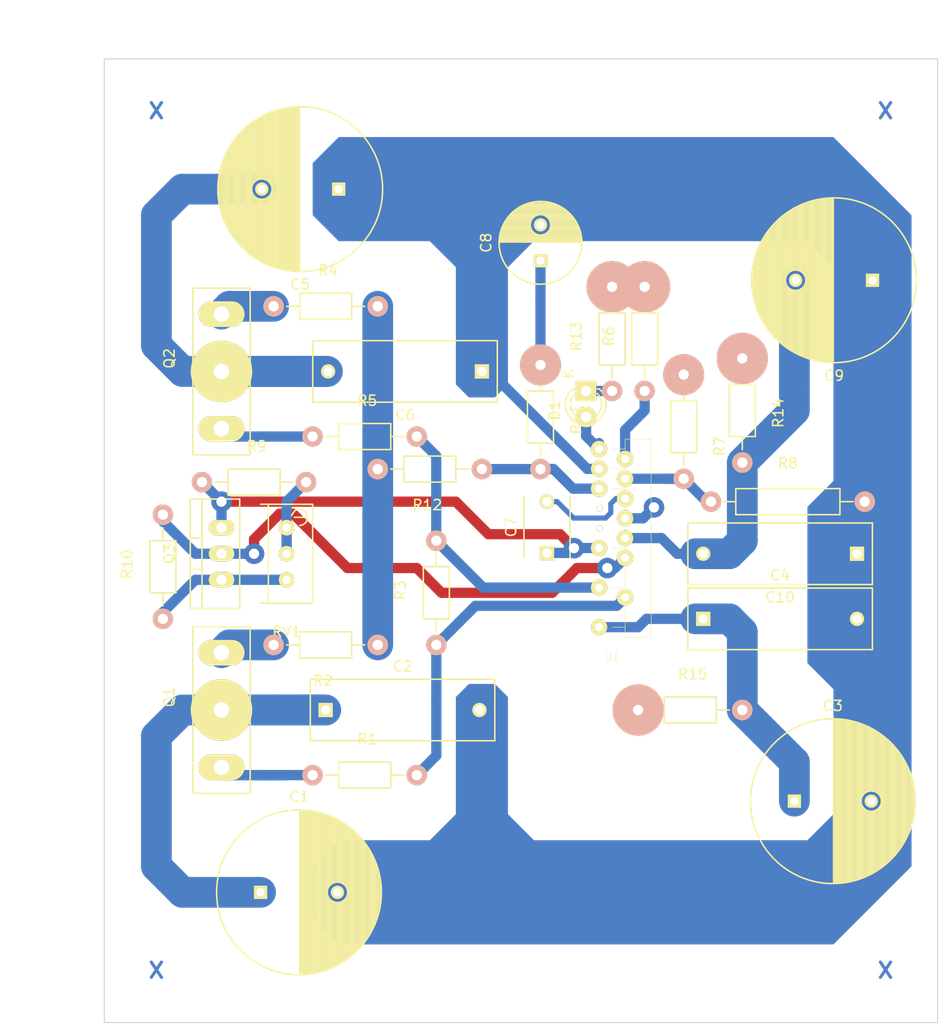
<source format=kicad_pcb>
(kicad_pcb (version 4) (host pcbnew 4.0.0-stable)

  (general
    (links 50)
    (no_connects 1)
    (area 25.349999 25.349999 106.730001 119.430001)
    (thickness 1.6)
    (drawings 10)
    (tracks 154)
    (zones 0)
    (modules 31)
    (nets 30)
  )

  (page A4 portrait)
  (title_block
    (title Gakuhatsu-Amp_2015)
    (date 2015-11-23)
    (rev 2015-Fall)
    (company "Audio Technology Research Club at Tokyo Denki University")
  )

  (layers
    (0 F.Cu signal)
    (31 B.Cu signal)
    (32 B.Adhes user)
    (33 F.Adhes user)
    (34 B.Paste user)
    (35 F.Paste user)
    (36 B.SilkS user)
    (37 F.SilkS user)
    (38 B.Mask user)
    (39 F.Mask user)
    (40 Dwgs.User user)
    (41 Cmts.User user)
    (42 Eco1.User user)
    (43 Eco2.User user)
    (44 Edge.Cuts user)
    (45 Margin user)
    (46 B.CrtYd user)
    (47 F.CrtYd user)
    (48 B.Fab user)
    (49 F.Fab user)
  )

  (setup
    (last_trace_width 1)
    (trace_clearance 0.1)
    (zone_clearance 0.508)
    (zone_45_only no)
    (trace_min 0.1)
    (segment_width 0.2)
    (edge_width 0.1)
    (via_size 2)
    (via_drill 1)
    (via_min_size 0.3)
    (via_min_drill 0.2)
    (uvia_size 1)
    (uvia_drill 0.5)
    (uvias_allowed no)
    (uvia_min_size 0.2)
    (uvia_min_drill 0.1)
    (pcb_text_width 0.3)
    (pcb_text_size 1.5 1.5)
    (mod_edge_width 0.15)
    (mod_text_size 1 1)
    (mod_text_width 0.15)
    (pad_size 5 5)
    (pad_drill 1.00076)
    (pad_to_mask_clearance 0)
    (aux_axis_origin 0 0)
    (visible_elements 7FFFFF7F)
    (pcbplotparams
      (layerselection 0x00030_80000001)
      (usegerberextensions false)
      (excludeedgelayer true)
      (linewidth 0.100000)
      (plotframeref false)
      (viasonmask false)
      (mode 1)
      (useauxorigin false)
      (hpglpennumber 1)
      (hpglpenspeed 20)
      (hpglpendiameter 15)
      (hpglpenoverlay 2)
      (psnegative false)
      (psa4output false)
      (plotreference true)
      (plotvalue true)
      (plotinvisibletext false)
      (padsonsilk false)
      (subtractmaskfromsilk false)
      (outputformat 1)
      (mirror false)
      (drillshape 0)
      (scaleselection 1)
      (outputdirectory ""))
  )

  (net 0 "")
  (net 1 "Net-(D1-Pad1)")
  (net 2 "Net-(D1-Pad2)")
  (net 3 CLH)
  (net 4 BLH)
  (net 5 SinkLH)
  (net 6 SourceLH)
  (net 7 OUTLH)
  (net 8 +5V)
  (net 9 "Net-(C7-Pad2)")
  (net 10 "Net-(R6-Pad1)")
  (net 11 GND1)
  (net 12 +VccL2)
  (net 13 -VeeL2)
  (net 14 "Net-(C8-Pad1)")
  (net 15 "Net-(Q1-Pad1)")
  (net 16 "Net-(Q2-Pad1)")
  (net 17 "Net-(R7-Pad2)")
  (net 18 "Net-(R9-Pad2)")
  (net 19 "Net-(R11-Pad2)")
  (net 20 ELH)
  (net 21 /InputLH)
  (net 22 "Net-(C3-Pad1)")
  (net 23 "Net-(C10-Pad2)")
  (net 24 "Net-(Q1-Pad3)")
  (net 25 "Net-(Q2-Pad3)")
  (net 26 -VeeL1)
  (net 27 +VccL1)
  (net 28 "Net-(U1-Pad9)")
  (net 29 "Net-(U1-Pad7)")

  (net_class Default "これは標準のネット クラスです。"
    (clearance 0.1)
    (trace_width 1)
    (via_dia 2)
    (via_drill 1)
    (uvia_dia 1)
    (uvia_drill 0.5)
    (add_net +5V)
    (add_net +VccL1)
    (add_net -VeeL1)
    (add_net BLH)
    (add_net CLH)
    (add_net ELH)
    (add_net GND1)
    (add_net "Net-(C8-Pad1)")
    (add_net "Net-(D1-Pad1)")
    (add_net "Net-(D1-Pad2)")
    (add_net "Net-(Q1-Pad1)")
    (add_net "Net-(Q1-Pad3)")
    (add_net "Net-(Q2-Pad1)")
    (add_net "Net-(Q2-Pad3)")
    (add_net "Net-(R11-Pad2)")
    (add_net "Net-(R6-Pad1)")
    (add_net "Net-(R7-Pad2)")
    (add_net "Net-(R9-Pad2)")
    (add_net "Net-(U1-Pad7)")
    (add_net "Net-(U1-Pad9)")
    (add_net OUTLH)
    (add_net SinkLH)
    (add_net SourceLH)
  )

  (net_class Thick ""
    (clearance 0.1)
    (trace_width 3)
    (via_dia 4)
    (via_drill 2)
    (uvia_dia 2)
    (uvia_drill 1)
    (add_net +VccL2)
    (add_net -VeeL2)
    (add_net /InputLH)
    (add_net "Net-(C10-Pad2)")
    (add_net "Net-(C3-Pad1)")
  )

  (net_class Thin ""
    (clearance 0.1)
    (trace_width 0.5)
    (via_dia 1)
    (via_drill 0.5)
    (uvia_dia 0.5)
    (uvia_drill 0.25)
    (add_net "Net-(C7-Pad2)")
  )

  (module LEDs:LED-3MM (layer F.Cu) (tedit 559B82F6) (tstamp 564B1FFA)
    (at 72.39 57.785 270)
    (descr "LED 3mm round vertical")
    (tags "LED  3mm round vertical")
    (path /56456DBB)
    (fp_text reference D1 (at 1.91 3.06 270) (layer F.SilkS)
      (effects (font (size 1 1) (thickness 0.15)))
    )
    (fp_text value LED (at 1.3 -2.9 270) (layer F.Fab)
      (effects (font (size 1 1) (thickness 0.15)))
    )
    (fp_line (start -1.2 2.3) (end 3.8 2.3) (layer F.CrtYd) (width 0.05))
    (fp_line (start 3.8 2.3) (end 3.8 -2.2) (layer F.CrtYd) (width 0.05))
    (fp_line (start 3.8 -2.2) (end -1.2 -2.2) (layer F.CrtYd) (width 0.05))
    (fp_line (start -1.2 -2.2) (end -1.2 2.3) (layer F.CrtYd) (width 0.05))
    (fp_line (start -0.199 1.314) (end -0.199 1.114) (layer F.SilkS) (width 0.15))
    (fp_line (start -0.199 -1.28) (end -0.199 -1.1) (layer F.SilkS) (width 0.15))
    (fp_arc (start 1.301 0.034) (end -0.199 -1.286) (angle 108.5) (layer F.SilkS) (width 0.15))
    (fp_arc (start 1.301 0.034) (end 0.25 -1.1) (angle 85.7) (layer F.SilkS) (width 0.15))
    (fp_arc (start 1.311 0.034) (end 3.051 0.994) (angle 110) (layer F.SilkS) (width 0.15))
    (fp_arc (start 1.301 0.034) (end 2.335 1.094) (angle 87.5) (layer F.SilkS) (width 0.15))
    (fp_text user K (at -1.69 1.74 270) (layer F.SilkS)
      (effects (font (size 1 1) (thickness 0.15)))
    )
    (pad 1 thru_hole rect (at 0 0) (size 2 2) (drill 1.00076) (layers *.Cu *.Mask F.SilkS)
      (net 1 "Net-(D1-Pad1)"))
    (pad 2 thru_hole circle (at 2.54 0 270) (size 2 2) (drill 1.00076) (layers *.Cu *.Mask F.SilkS)
      (net 2 "Net-(D1-Pad2)"))
    (model LEDs.3dshapes/LED-3MM.wrl
      (at (xyz 0.05 0 0))
      (scale (xyz 1 1 1))
      (rotate (xyz 0 0 90))
    )
  )

  (module Transistors_TO-247:TO-247_Vertical_Neutral123 placed (layer F.Cu) (tedit 566AF9CE) (tstamp 564B20DF)
    (at 36.83 88.9 90)
    (descr "TO-247 TO-218 TOP-3 FET 1=Gate 2=Drain 3=Source Vertical")
    (tags "Transistor FET TO-247 TO-218 TOP-3 Vertical")
    (path /564ACB78)
    (fp_text reference Q1 (at 1.27 -5.08 90) (layer F.SilkS)
      (effects (font (size 1 1) (thickness 0.15)))
    )
    (fp_text value "NPN(TO-3P-BCE)" (at -1.016 8.128 90) (layer F.Fab)
      (effects (font (size 1 1) (thickness 0.15)))
    )
    (fp_line (start 8.128 2.794) (end 8.128 -2.794) (layer F.SilkS) (width 0.15))
    (fp_line (start 8.128 -2.794) (end -8.128 -2.794) (layer F.SilkS) (width 0.15))
    (fp_line (start -8.128 -2.794) (end -8.128 2.794) (layer F.SilkS) (width 0.15))
    (fp_line (start -8.128 2.794) (end 8.128 2.794) (layer F.SilkS) (width 0.15))
    (pad 2 thru_hole circle (at 0 0 180) (size 6 6) (drill 1.50114) (layers *.Cu *.Mask F.SilkS)
      (net 12 +VccL2))
    (pad 1 thru_hole oval (at -5.588 0 180) (size 4.50088 2.49936) (drill 1.50114) (layers *.Cu *.Mask F.SilkS)
      (net 15 "Net-(Q1-Pad1)"))
    (pad 3 thru_hole oval (at 5.588 0 180) (size 4.50088 2.49936) (drill 1.50114) (layers *.Cu *.Mask F.SilkS)
      (net 24 "Net-(Q1-Pad3)"))
  )

  (module Resistors_ThroughHole:Resistor_Horizontal_RM10mm (layer F.Cu) (tedit 53F56209) (tstamp 564B2138)
    (at 46.99 82.55 180)
    (descr "Resistor, Axial,  RM 10mm, 1/3W,")
    (tags "Resistor, Axial, RM 10mm, 1/3W,")
    (path /564ACD32)
    (fp_text reference R2 (at 0.24892 -3.50012 180) (layer F.SilkS)
      (effects (font (size 1 1) (thickness 0.15)))
    )
    (fp_text value 0.22 (at 3.81 3.81 180) (layer F.Fab)
      (effects (font (size 1 1) (thickness 0.15)))
    )
    (fp_line (start -2.54 -1.27) (end 2.54 -1.27) (layer F.SilkS) (width 0.15))
    (fp_line (start 2.54 -1.27) (end 2.54 1.27) (layer F.SilkS) (width 0.15))
    (fp_line (start 2.54 1.27) (end -2.54 1.27) (layer F.SilkS) (width 0.15))
    (fp_line (start -2.54 1.27) (end -2.54 -1.27) (layer F.SilkS) (width 0.15))
    (fp_line (start -2.54 0) (end -3.81 0) (layer F.SilkS) (width 0.15))
    (fp_line (start 2.54 0) (end 3.81 0) (layer F.SilkS) (width 0.15))
    (pad 1 thru_hole circle (at -5.08 0 180) (size 1.99898 1.99898) (drill 1.00076) (layers *.Cu *.SilkS *.Mask)
      (net 7 OUTLH))
    (pad 2 thru_hole circle (at 5.08 0 180) (size 1.99898 1.99898) (drill 1.00076) (layers *.Cu *.SilkS *.Mask)
      (net 24 "Net-(Q1-Pad3)"))
    (model Resistors_ThroughHole.3dshapes/Resistor_Horizontal_RM10mm.wrl
      (at (xyz 0 0 0))
      (scale (xyz 0.4 0.4 0.4))
      (rotate (xyz 0 0 0))
    )
  )

  (module Resistors_ThroughHole:Resistor_Horizontal_RM10mm (layer F.Cu) (tedit 53F56209) (tstamp 564B2144)
    (at 46.99 49.53)
    (descr "Resistor, Axial,  RM 10mm, 1/3W,")
    (tags "Resistor, Axial, RM 10mm, 1/3W,")
    (path /564B2D9C)
    (fp_text reference R4 (at 0.24892 -3.50012) (layer F.SilkS)
      (effects (font (size 1 1) (thickness 0.15)))
    )
    (fp_text value 0.22 (at 3.81 3.81) (layer F.Fab)
      (effects (font (size 1 1) (thickness 0.15)))
    )
    (fp_line (start -2.54 -1.27) (end 2.54 -1.27) (layer F.SilkS) (width 0.15))
    (fp_line (start 2.54 -1.27) (end 2.54 1.27) (layer F.SilkS) (width 0.15))
    (fp_line (start 2.54 1.27) (end -2.54 1.27) (layer F.SilkS) (width 0.15))
    (fp_line (start -2.54 1.27) (end -2.54 -1.27) (layer F.SilkS) (width 0.15))
    (fp_line (start -2.54 0) (end -3.81 0) (layer F.SilkS) (width 0.15))
    (fp_line (start 2.54 0) (end 3.81 0) (layer F.SilkS) (width 0.15))
    (pad 1 thru_hole circle (at -5.08 0) (size 1.99898 1.99898) (drill 1.00076) (layers *.Cu *.SilkS *.Mask)
      (net 25 "Net-(Q2-Pad3)"))
    (pad 2 thru_hole circle (at 5.08 0) (size 1.99898 1.99898) (drill 1.00076) (layers *.Cu *.SilkS *.Mask)
      (net 7 OUTLH))
    (model Resistors_ThroughHole.3dshapes/Resistor_Horizontal_RM10mm.wrl
      (at (xyz 0 0 0))
      (scale (xyz 0.4 0.4 0.4))
      (rotate (xyz 0 0 0))
    )
  )

  (module Resistors_ThroughHole:Resistor_Horizontal_RM10mm (layer F.Cu) (tedit 566AFF7B) (tstamp 564B2150)
    (at 78.105 52.705 90)
    (descr "Resistor, Axial,  RM 10mm, 1/3W,")
    (tags "Resistor, Axial, RM 10mm, 1/3W,")
    (path /564583DC)
    (fp_text reference R6 (at 0.24892 -3.50012 90) (layer F.SilkS)
      (effects (font (size 1 1) (thickness 0.15)))
    )
    (fp_text value 33k (at 3.81 3.81 90) (layer F.Fab)
      (effects (font (size 1 1) (thickness 0.15)))
    )
    (fp_line (start -2.54 -1.27) (end 2.54 -1.27) (layer F.SilkS) (width 0.15))
    (fp_line (start 2.54 -1.27) (end 2.54 1.27) (layer F.SilkS) (width 0.15))
    (fp_line (start 2.54 1.27) (end -2.54 1.27) (layer F.SilkS) (width 0.15))
    (fp_line (start -2.54 1.27) (end -2.54 -1.27) (layer F.SilkS) (width 0.15))
    (fp_line (start -2.54 0) (end -3.81 0) (layer F.SilkS) (width 0.15))
    (fp_line (start 2.54 0) (end 3.81 0) (layer F.SilkS) (width 0.15))
    (pad 1 thru_hole circle (at -5.08 0 90) (size 1.99898 1.99898) (drill 1.00076) (layers *.Cu *.SilkS *.Mask)
      (net 10 "Net-(R6-Pad1)"))
    (pad 2 thru_hole circle (at 5.08 0 90) (size 5 5) (drill 1.00076) (layers *.Cu *.SilkS *.Mask)
      (net 8 +5V))
    (model Resistors_ThroughHole.3dshapes/Resistor_Horizontal_RM10mm.wrl
      (at (xyz 0 0 0))
      (scale (xyz 0.4 0.4 0.4))
      (rotate (xyz 0 0 0))
    )
  )

  (module Resistors_ThroughHole:Resistor_Horizontal_RM10mm (layer F.Cu) (tedit 566AFD1E) (tstamp 564B2156)
    (at 81.915 61.27 270)
    (descr "Resistor, Axial,  RM 10mm, 1/3W,")
    (tags "Resistor, Axial, RM 10mm, 1/3W,")
    (path /5645EF48)
    (fp_text reference R7 (at 1.905 -3.50012 270) (layer F.SilkS)
      (effects (font (size 1 1) (thickness 0.15)))
    )
    (fp_text value 240 (at 3.81 3.81 270) (layer F.Fab)
      (effects (font (size 1 1) (thickness 0.15)))
    )
    (fp_line (start -2.54 -1.27) (end 2.54 -1.27) (layer F.SilkS) (width 0.15))
    (fp_line (start 2.54 -1.27) (end 2.54 1.27) (layer F.SilkS) (width 0.15))
    (fp_line (start 2.54 1.27) (end -2.54 1.27) (layer F.SilkS) (width 0.15))
    (fp_line (start -2.54 1.27) (end -2.54 -1.27) (layer F.SilkS) (width 0.15))
    (fp_line (start -2.54 0) (end -3.81 0) (layer F.SilkS) (width 0.15))
    (fp_line (start 2.54 0) (end 3.81 0) (layer F.SilkS) (width 0.15))
    (pad 1 thru_hole circle (at -5.08 0 270) (size 4 4) (drill 1.00076) (layers *.Cu *.SilkS *.Mask)
      (net 21 /InputLH))
    (pad 2 thru_hole circle (at 5.08 0 270) (size 1.99898 1.99898) (drill 1.00076) (layers *.Cu *.SilkS *.Mask)
      (net 17 "Net-(R7-Pad2)"))
    (model Resistors_ThroughHole.3dshapes/Resistor_Horizontal_RM10mm.wrl
      (at (xyz 0 0 0))
      (scale (xyz 0.4 0.4 0.4))
      (rotate (xyz 0 0 0))
    )
  )

  (module Resistors_ThroughHole:Resistor_Horizontal_RM10mm (layer F.Cu) (tedit 53F56209) (tstamp 564B2162)
    (at 40.005 66.675)
    (descr "Resistor, Axial,  RM 10mm, 1/3W,")
    (tags "Resistor, Axial, RM 10mm, 1/3W,")
    (path /56455FE8)
    (fp_text reference R9 (at 0.24892 -3.50012) (layer F.SilkS)
      (effects (font (size 1 1) (thickness 0.15)))
    )
    (fp_text value 360 (at 3.81 3.81) (layer F.Fab)
      (effects (font (size 1 1) (thickness 0.15)))
    )
    (fp_line (start -2.54 -1.27) (end 2.54 -1.27) (layer F.SilkS) (width 0.15))
    (fp_line (start 2.54 -1.27) (end 2.54 1.27) (layer F.SilkS) (width 0.15))
    (fp_line (start 2.54 1.27) (end -2.54 1.27) (layer F.SilkS) (width 0.15))
    (fp_line (start -2.54 1.27) (end -2.54 -1.27) (layer F.SilkS) (width 0.15))
    (fp_line (start -2.54 0) (end -3.81 0) (layer F.SilkS) (width 0.15))
    (fp_line (start 2.54 0) (end 3.81 0) (layer F.SilkS) (width 0.15))
    (pad 1 thru_hole circle (at -5.08 0) (size 1.99898 1.99898) (drill 1.00076) (layers *.Cu *.SilkS *.Mask)
      (net 20 ELH))
    (pad 2 thru_hole circle (at 5.08 0) (size 1.99898 1.99898) (drill 1.00076) (layers *.Cu *.SilkS *.Mask)
      (net 18 "Net-(R9-Pad2)"))
    (model Resistors_ThroughHole.3dshapes/Resistor_Horizontal_RM10mm.wrl
      (at (xyz 0 0 0))
      (scale (xyz 0.4 0.4 0.4))
      (rotate (xyz 0 0 0))
    )
  )

  (module Resistors_ThroughHole:Resistor_Horizontal_RM10mm (layer F.Cu) (tedit 53F56209) (tstamp 564B2168)
    (at 31.115 74.93 90)
    (descr "Resistor, Axial,  RM 10mm, 1/3W,")
    (tags "Resistor, Axial, RM 10mm, 1/3W,")
    (path /56455EAB)
    (fp_text reference R10 (at 0.24892 -3.50012 90) (layer F.SilkS)
      (effects (font (size 1 1) (thickness 0.15)))
    )
    (fp_text value 1.2k (at 3.81 3.81 90) (layer F.Fab)
      (effects (font (size 1 1) (thickness 0.15)))
    )
    (fp_line (start -2.54 -1.27) (end 2.54 -1.27) (layer F.SilkS) (width 0.15))
    (fp_line (start 2.54 -1.27) (end 2.54 1.27) (layer F.SilkS) (width 0.15))
    (fp_line (start 2.54 1.27) (end -2.54 1.27) (layer F.SilkS) (width 0.15))
    (fp_line (start -2.54 1.27) (end -2.54 -1.27) (layer F.SilkS) (width 0.15))
    (fp_line (start -2.54 0) (end -3.81 0) (layer F.SilkS) (width 0.15))
    (fp_line (start 2.54 0) (end 3.81 0) (layer F.SilkS) (width 0.15))
    (pad 1 thru_hole circle (at -5.08 0 90) (size 1.99898 1.99898) (drill 1.00076) (layers *.Cu *.SilkS *.Mask)
      (net 4 BLH))
    (pad 2 thru_hole circle (at 5.08 0 90) (size 1.99898 1.99898) (drill 1.00076) (layers *.Cu *.SilkS *.Mask)
      (net 3 CLH))
    (model Resistors_ThroughHole.3dshapes/Resistor_Horizontal_RM10mm.wrl
      (at (xyz 0 0 0))
      (scale (xyz 0.4 0.4 0.4))
      (rotate (xyz 0 0 0))
    )
  )

  (module Resistors_ThroughHole:Resistor_Horizontal_RM10mm (layer F.Cu) (tedit 566AFD28) (tstamp 564B216E)
    (at 67.945 60.325 270)
    (descr "Resistor, Axial,  RM 10mm, 1/3W,")
    (tags "Resistor, Axial, RM 10mm, 1/3W,")
    (path /5645F05F)
    (fp_text reference R11 (at 0.24892 -3.50012 270) (layer F.SilkS)
      (effects (font (size 1 1) (thickness 0.15)))
    )
    (fp_text value 240 (at 3.81 3.81 270) (layer F.Fab)
      (effects (font (size 1 1) (thickness 0.15)))
    )
    (fp_line (start -2.54 -1.27) (end 2.54 -1.27) (layer F.SilkS) (width 0.15))
    (fp_line (start 2.54 -1.27) (end 2.54 1.27) (layer F.SilkS) (width 0.15))
    (fp_line (start 2.54 1.27) (end -2.54 1.27) (layer F.SilkS) (width 0.15))
    (fp_line (start -2.54 1.27) (end -2.54 -1.27) (layer F.SilkS) (width 0.15))
    (fp_line (start -2.54 0) (end -3.81 0) (layer F.SilkS) (width 0.15))
    (fp_line (start 2.54 0) (end 3.81 0) (layer F.SilkS) (width 0.15))
    (pad 1 thru_hole circle (at -5.08 0 270) (size 4 4) (drill 1.00076) (layers *.Cu *.SilkS *.Mask)
      (net 14 "Net-(C8-Pad1)"))
    (pad 2 thru_hole circle (at 5.08 0 270) (size 1.99898 1.99898) (drill 1.00076) (layers *.Cu *.SilkS *.Mask)
      (net 19 "Net-(R11-Pad2)"))
    (model Resistors_ThroughHole.3dshapes/Resistor_Horizontal_RM10mm.wrl
      (at (xyz 0 0 0))
      (scale (xyz 0.4 0.4 0.4))
      (rotate (xyz 0 0 0))
    )
  )

  (module Resistors_ThroughHole:Resistor_Horizontal_RM10mm (layer F.Cu) (tedit 566AFF7F) (tstamp 564B217A)
    (at 74.93 52.705 90)
    (descr "Resistor, Axial,  RM 10mm, 1/3W,")
    (tags "Resistor, Axial, RM 10mm, 1/3W,")
    (path /56456E31)
    (fp_text reference R13 (at 0.24892 -3.50012 90) (layer F.SilkS)
      (effects (font (size 1 1) (thickness 0.15)))
    )
    (fp_text value 470 (at 3.81 3.81 90) (layer F.Fab)
      (effects (font (size 1 1) (thickness 0.15)))
    )
    (fp_line (start -2.54 -1.27) (end 2.54 -1.27) (layer F.SilkS) (width 0.15))
    (fp_line (start 2.54 -1.27) (end 2.54 1.27) (layer F.SilkS) (width 0.15))
    (fp_line (start 2.54 1.27) (end -2.54 1.27) (layer F.SilkS) (width 0.15))
    (fp_line (start -2.54 1.27) (end -2.54 -1.27) (layer F.SilkS) (width 0.15))
    (fp_line (start -2.54 0) (end -3.81 0) (layer F.SilkS) (width 0.15))
    (fp_line (start 2.54 0) (end 3.81 0) (layer F.SilkS) (width 0.15))
    (pad 1 thru_hole circle (at -5.08 0 90) (size 1.99898 1.99898) (drill 1.00076) (layers *.Cu *.SilkS *.Mask)
      (net 1 "Net-(D1-Pad1)"))
    (pad 2 thru_hole circle (at 5.08 0 90) (size 5 5) (drill 1.00076) (layers *.Cu *.SilkS *.Mask)
      (net 8 +5V))
    (model Resistors_ThroughHole.3dshapes/Resistor_Horizontal_RM10mm.wrl
      (at (xyz 0 0 0))
      (scale (xyz 0.4 0.4 0.4))
      (rotate (xyz 0 0 0))
    )
  )

  (module Potentiometers:Potentiometer_Bourns_3296W_3-8Zoll_Inline_ScrewUp (layer F.Cu) (tedit 54130B3D) (tstamp 564B223B)
    (at 43.18 71.12 180)
    (descr "3296, 3/8, Square, Trimpot, Trimming, Potentiometer, Bourns")
    (tags "3296, 3/8, Square, Trimpot, Trimming, Potentiometer, Bourns")
    (path /5645623B)
    (fp_text reference RV1 (at 0 -10.16 180) (layer F.SilkS)
      (effects (font (size 1 1) (thickness 0.15)))
    )
    (fp_text value 200 (at 1.27 5.08 180) (layer F.Fab)
      (effects (font (size 1 1) (thickness 0.15)))
    )
    (fp_line (start -2.032 1.016) (end -0.762 1.016) (layer F.SilkS) (width 0.15))
    (fp_line (start -1.2827 0.2286) (end -1.5367 0.2667) (layer F.SilkS) (width 0.15))
    (fp_line (start -1.5367 0.2667) (end -1.8161 0.4445) (layer F.SilkS) (width 0.15))
    (fp_line (start -1.8161 0.4445) (end -2.032 0.762) (layer F.SilkS) (width 0.15))
    (fp_line (start -2.032 0.762) (end -2.0447 1.2065) (layer F.SilkS) (width 0.15))
    (fp_line (start -2.0447 1.2065) (end -1.8415 1.5621) (layer F.SilkS) (width 0.15))
    (fp_line (start -1.8415 1.5621) (end -1.5494 1.7399) (layer F.SilkS) (width 0.15))
    (fp_line (start -1.5494 1.7399) (end -1.2319 1.7907) (layer F.SilkS) (width 0.15))
    (fp_line (start -1.2319 1.7907) (end -0.8255 1.6891) (layer F.SilkS) (width 0.15))
    (fp_line (start -0.8255 1.6891) (end -0.5715 1.3462) (layer F.SilkS) (width 0.15))
    (fp_line (start -0.5715 1.3462) (end -0.4826 1.1684) (layer F.SilkS) (width 0.15))
    (fp_line (start 1.778 -7.366) (end 1.778 2.286) (layer F.SilkS) (width 0.15))
    (fp_line (start -1.27 2.286) (end -2.54 2.286) (layer F.SilkS) (width 0.15))
    (fp_line (start -2.54 2.286) (end -2.54 -7.366) (layer F.SilkS) (width 0.15))
    (fp_line (start -2.54 -7.366) (end 2.54 -7.366) (layer F.SilkS) (width 0.15))
    (fp_line (start 2.54 2.286) (end 0 2.286) (layer F.SilkS) (width 0.15))
    (fp_line (start 0 2.286) (end -1.27 2.286) (layer F.SilkS) (width 0.15))
    (pad 2 thru_hole circle (at 0 -2.54 180) (size 1.524 1.524) (drill 0.8128) (layers *.Cu *.Mask F.SilkS)
      (net 18 "Net-(R9-Pad2)"))
    (pad 3 thru_hole circle (at 0 -5.08 180) (size 1.524 1.524) (drill 0.8128) (layers *.Cu *.Mask F.SilkS)
      (net 4 BLH))
    (pad 1 thru_hole circle (at 0 0 180) (size 1.524 1.524) (drill 0.8128) (layers *.Cu *.Mask F.SilkS)
      (net 18 "Net-(R9-Pad2)"))
    (model Potentiometers.3dshapes/Potentiometer_Bourns_3296W_3-8Zoll_Inline_ScrewUp.wrl
      (at (xyz 0 0 0))
      (scale (xyz 1 1 1))
      (rotate (xyz 0 0 0))
    )
  )

  (module Capacitors_ThroughHole:C_Disc_D6_P5 (layer F.Cu) (tedit 0) (tstamp 564BEF20)
    (at 68.58 73.58 90)
    (descr "Capacitor 6mm Disc, Pitch 5mm")
    (tags Capacitor)
    (path /564578EA)
    (fp_text reference C7 (at 2.5 -3.5 90) (layer F.SilkS)
      (effects (font (size 1 1) (thickness 0.15)))
    )
    (fp_text value 10p (at 2.5 3.5 90) (layer F.Fab)
      (effects (font (size 1 1) (thickness 0.15)))
    )
    (fp_line (start -0.95 -2.5) (end 5.95 -2.5) (layer F.CrtYd) (width 0.05))
    (fp_line (start 5.95 -2.5) (end 5.95 2.5) (layer F.CrtYd) (width 0.05))
    (fp_line (start 5.95 2.5) (end -0.95 2.5) (layer F.CrtYd) (width 0.05))
    (fp_line (start -0.95 2.5) (end -0.95 -2.5) (layer F.CrtYd) (width 0.05))
    (fp_line (start -0.5 -2.25) (end 5.5 -2.25) (layer F.SilkS) (width 0.15))
    (fp_line (start 5.5 2.25) (end -0.5 2.25) (layer F.SilkS) (width 0.15))
    (pad 1 thru_hole rect (at 0 0 90) (size 1.4 1.4) (drill 0.9) (layers *.Cu *.Mask F.SilkS)
      (net 20 ELH))
    (pad 2 thru_hole circle (at 5 0 90) (size 1.4 1.4) (drill 0.9) (layers *.Cu *.Mask F.SilkS)
      (net 9 "Net-(C7-Pad2)"))
    (model Capacitors_ThroughHole.3dshapes/C_Disc_D6_P5.wrl
      (at (xyz 0.0984252 0 0))
      (scale (xyz 1 1 1))
      (rotate (xyz 0 0 0))
    )
  )

  (module Capacitors_ThroughHole:C_Radial_D8_L11.5_P3.5 (layer F.Cu) (tedit 0) (tstamp 564BEF25)
    (at 67.945 45.085 90)
    (descr "Radial Electrolytic Capacitor Diameter 8mm x Length 11.5mm, Pitch 3.5mm")
    (tags "Electrolytic Capacitor")
    (path /5648602E)
    (fp_text reference C8 (at 1.75 -5.3 90) (layer F.SilkS)
      (effects (font (size 1 1) (thickness 0.15)))
    )
    (fp_text value 220u (at 1.75 5.3 90) (layer F.Fab)
      (effects (font (size 1 1) (thickness 0.15)))
    )
    (fp_line (start 1.825 -3.999) (end 1.825 3.999) (layer F.SilkS) (width 0.15))
    (fp_line (start 1.965 -3.994) (end 1.965 3.994) (layer F.SilkS) (width 0.15))
    (fp_line (start 2.105 -3.984) (end 2.105 3.984) (layer F.SilkS) (width 0.15))
    (fp_line (start 2.245 -3.969) (end 2.245 3.969) (layer F.SilkS) (width 0.15))
    (fp_line (start 2.385 -3.949) (end 2.385 3.949) (layer F.SilkS) (width 0.15))
    (fp_line (start 2.525 -3.924) (end 2.525 -0.222) (layer F.SilkS) (width 0.15))
    (fp_line (start 2.525 0.222) (end 2.525 3.924) (layer F.SilkS) (width 0.15))
    (fp_line (start 2.665 -3.894) (end 2.665 -0.55) (layer F.SilkS) (width 0.15))
    (fp_line (start 2.665 0.55) (end 2.665 3.894) (layer F.SilkS) (width 0.15))
    (fp_line (start 2.805 -3.858) (end 2.805 -0.719) (layer F.SilkS) (width 0.15))
    (fp_line (start 2.805 0.719) (end 2.805 3.858) (layer F.SilkS) (width 0.15))
    (fp_line (start 2.945 -3.817) (end 2.945 -0.832) (layer F.SilkS) (width 0.15))
    (fp_line (start 2.945 0.832) (end 2.945 3.817) (layer F.SilkS) (width 0.15))
    (fp_line (start 3.085 -3.771) (end 3.085 -0.91) (layer F.SilkS) (width 0.15))
    (fp_line (start 3.085 0.91) (end 3.085 3.771) (layer F.SilkS) (width 0.15))
    (fp_line (start 3.225 -3.718) (end 3.225 -0.961) (layer F.SilkS) (width 0.15))
    (fp_line (start 3.225 0.961) (end 3.225 3.718) (layer F.SilkS) (width 0.15))
    (fp_line (start 3.365 -3.659) (end 3.365 -0.991) (layer F.SilkS) (width 0.15))
    (fp_line (start 3.365 0.991) (end 3.365 3.659) (layer F.SilkS) (width 0.15))
    (fp_line (start 3.505 -3.594) (end 3.505 -1) (layer F.SilkS) (width 0.15))
    (fp_line (start 3.505 1) (end 3.505 3.594) (layer F.SilkS) (width 0.15))
    (fp_line (start 3.645 -3.523) (end 3.645 -0.989) (layer F.SilkS) (width 0.15))
    (fp_line (start 3.645 0.989) (end 3.645 3.523) (layer F.SilkS) (width 0.15))
    (fp_line (start 3.785 -3.444) (end 3.785 -0.959) (layer F.SilkS) (width 0.15))
    (fp_line (start 3.785 0.959) (end 3.785 3.444) (layer F.SilkS) (width 0.15))
    (fp_line (start 3.925 -3.357) (end 3.925 -0.905) (layer F.SilkS) (width 0.15))
    (fp_line (start 3.925 0.905) (end 3.925 3.357) (layer F.SilkS) (width 0.15))
    (fp_line (start 4.065 -3.262) (end 4.065 -0.825) (layer F.SilkS) (width 0.15))
    (fp_line (start 4.065 0.825) (end 4.065 3.262) (layer F.SilkS) (width 0.15))
    (fp_line (start 4.205 -3.158) (end 4.205 -0.709) (layer F.SilkS) (width 0.15))
    (fp_line (start 4.205 0.709) (end 4.205 3.158) (layer F.SilkS) (width 0.15))
    (fp_line (start 4.345 -3.044) (end 4.345 -0.535) (layer F.SilkS) (width 0.15))
    (fp_line (start 4.345 0.535) (end 4.345 3.044) (layer F.SilkS) (width 0.15))
    (fp_line (start 4.485 -2.919) (end 4.485 -0.173) (layer F.SilkS) (width 0.15))
    (fp_line (start 4.485 0.173) (end 4.485 2.919) (layer F.SilkS) (width 0.15))
    (fp_line (start 4.625 -2.781) (end 4.625 2.781) (layer F.SilkS) (width 0.15))
    (fp_line (start 4.765 -2.629) (end 4.765 2.629) (layer F.SilkS) (width 0.15))
    (fp_line (start 4.905 -2.459) (end 4.905 2.459) (layer F.SilkS) (width 0.15))
    (fp_line (start 5.045 -2.268) (end 5.045 2.268) (layer F.SilkS) (width 0.15))
    (fp_line (start 5.185 -2.05) (end 5.185 2.05) (layer F.SilkS) (width 0.15))
    (fp_line (start 5.325 -1.794) (end 5.325 1.794) (layer F.SilkS) (width 0.15))
    (fp_line (start 5.465 -1.483) (end 5.465 1.483) (layer F.SilkS) (width 0.15))
    (fp_line (start 5.605 -1.067) (end 5.605 1.067) (layer F.SilkS) (width 0.15))
    (fp_line (start 5.745 -0.2) (end 5.745 0.2) (layer F.SilkS) (width 0.15))
    (fp_circle (center 3.5 0) (end 3.5 -1) (layer F.SilkS) (width 0.15))
    (fp_circle (center 1.75 0) (end 1.75 -4.0375) (layer F.SilkS) (width 0.15))
    (fp_circle (center 1.75 0) (end 1.75 -4.3) (layer F.CrtYd) (width 0.05))
    (pad 2 thru_hole circle (at 3.5 0 90) (size 1.3 1.3) (drill 0.8) (layers *.Cu *.Mask F.SilkS)
      (net 11 GND1))
    (pad 1 thru_hole rect (at 0 0 90) (size 1.3 1.3) (drill 0.8) (layers *.Cu *.Mask F.SilkS)
      (net 14 "Net-(C8-Pad1)"))
    (model Capacitors_ThroughHole.3dshapes/C_Radial_D8_L11.5_P3.5.wrl
      (at (xyz 0 0 0))
      (scale (xyz 1 1 1))
      (rotate (xyz 0 0 0))
    )
  )

  (module Transistors_TO-247:TO-247_Vertical_Neutral123 (layer F.Cu) (tedit 566AF9C6) (tstamp 564BEFAC)
    (at 36.83 55.88 90)
    (descr "TO-247 TO-218 TOP-3 FET 1=Gate 2=Drain 3=Source Vertical")
    (tags "Transistor FET TO-247 TO-218 TOP-3 Vertical")
    (path /564ACC0E)
    (fp_text reference Q2 (at 1.27 -5.08 90) (layer F.SilkS)
      (effects (font (size 1 1) (thickness 0.15)))
    )
    (fp_text value "PNP(TO-3P-BCE)" (at -1.016 8.128 90) (layer F.Fab)
      (effects (font (size 1 1) (thickness 0.15)))
    )
    (fp_line (start 8.128 2.794) (end 8.128 -2.794) (layer F.SilkS) (width 0.15))
    (fp_line (start 8.128 -2.794) (end -8.128 -2.794) (layer F.SilkS) (width 0.15))
    (fp_line (start -8.128 -2.794) (end -8.128 2.794) (layer F.SilkS) (width 0.15))
    (fp_line (start -8.128 2.794) (end 8.128 2.794) (layer F.SilkS) (width 0.15))
    (pad 2 thru_hole circle (at 0 0 180) (size 6 6) (drill 1.50114) (layers *.Cu *.Mask F.SilkS)
      (net 13 -VeeL2))
    (pad 1 thru_hole oval (at -5.588 0 180) (size 4.50088 2.49936) (drill 1.50114) (layers *.Cu *.Mask F.SilkS)
      (net 16 "Net-(Q2-Pad1)"))
    (pad 3 thru_hole oval (at 5.588 0 180) (size 4.50088 2.49936) (drill 1.50114) (layers *.Cu *.Mask F.SilkS)
      (net 25 "Net-(Q2-Pad3)"))
  )

  (module Transistors_TO-220:TO-220_Neutral123_Vertical (layer F.Cu) (tedit 0) (tstamp 564BEFB2)
    (at 36.83 73.66 90)
    (descr "TO-220, Neutral, Vertical,")
    (tags "TO-220, Neutral, Vertical,")
    (path /564AD0FB)
    (fp_text reference Q3 (at 0 -5.08 90) (layer F.SilkS)
      (effects (font (size 1 1) (thickness 0.15)))
    )
    (fp_text value "NPN(TO-220-BCE)" (at 0 3.81 90) (layer F.Fab)
      (effects (font (size 1 1) (thickness 0.15)))
    )
    (fp_line (start -1.524 -3.048) (end -1.524 -1.905) (layer F.SilkS) (width 0.15))
    (fp_line (start 1.524 -3.048) (end 1.524 -1.905) (layer F.SilkS) (width 0.15))
    (fp_line (start 5.334 -1.905) (end 5.334 1.778) (layer F.SilkS) (width 0.15))
    (fp_line (start 5.334 1.778) (end -5.334 1.778) (layer F.SilkS) (width 0.15))
    (fp_line (start -5.334 1.778) (end -5.334 -1.905) (layer F.SilkS) (width 0.15))
    (fp_line (start 5.334 -3.048) (end 5.334 -1.905) (layer F.SilkS) (width 0.15))
    (fp_line (start 5.334 -1.905) (end -5.334 -1.905) (layer F.SilkS) (width 0.15))
    (fp_line (start -5.334 -1.905) (end -5.334 -3.048) (layer F.SilkS) (width 0.15))
    (fp_line (start 0 -3.048) (end -5.334 -3.048) (layer F.SilkS) (width 0.15))
    (fp_line (start 0 -3.048) (end 5.334 -3.048) (layer F.SilkS) (width 0.15))
    (pad 2 thru_hole oval (at 0 0 180) (size 2.49936 1.50114) (drill 1.00076) (layers *.Cu *.Mask F.SilkS)
      (net 3 CLH))
    (pad 1 thru_hole oval (at -2.54 0 180) (size 2.49936 1.50114) (drill 1.00076) (layers *.Cu *.Mask F.SilkS)
      (net 4 BLH))
    (pad 3 thru_hole oval (at 2.54 0 180) (size 2.49936 1.50114) (drill 1.00076) (layers *.Cu *.Mask F.SilkS)
      (net 20 ELH))
    (model Transistors_TO-220.3dshapes/TO-220_Neutral123_Vertical.wrl
      (at (xyz 0 0 0))
      (scale (xyz 0.3937 0.3937 0.3937))
      (rotate (xyz 0 0 0))
    )
  )

  (module Resistors_ThroughHole:Resistor_Horizontal_RM10mm (layer F.Cu) (tedit 53F56209) (tstamp 564C09A1)
    (at 57.785 77.47 90)
    (descr "Resistor, Axial,  RM 10mm, 1/3W,")
    (tags "Resistor, Axial, RM 10mm, 1/3W,")
    (path /564B2EA0)
    (fp_text reference R3 (at 0.24892 -3.50012 90) (layer F.SilkS)
      (effects (font (size 1 1) (thickness 0.15)))
    )
    (fp_text value 2.2k (at 3.81 3.81 90) (layer F.Fab)
      (effects (font (size 1 1) (thickness 0.15)))
    )
    (fp_line (start -2.54 -1.27) (end 2.54 -1.27) (layer F.SilkS) (width 0.15))
    (fp_line (start 2.54 -1.27) (end 2.54 1.27) (layer F.SilkS) (width 0.15))
    (fp_line (start 2.54 1.27) (end -2.54 1.27) (layer F.SilkS) (width 0.15))
    (fp_line (start -2.54 1.27) (end -2.54 -1.27) (layer F.SilkS) (width 0.15))
    (fp_line (start -2.54 0) (end -3.81 0) (layer F.SilkS) (width 0.15))
    (fp_line (start 2.54 0) (end 3.81 0) (layer F.SilkS) (width 0.15))
    (pad 1 thru_hole circle (at -5.08 0 90) (size 1.99898 1.99898) (drill 1.00076) (layers *.Cu *.SilkS *.Mask)
      (net 6 SourceLH))
    (pad 2 thru_hole circle (at 5.08 0 90) (size 1.99898 1.99898) (drill 1.00076) (layers *.Cu *.SilkS *.Mask)
      (net 5 SinkLH))
    (model Resistors_ThroughHole.3dshapes/Resistor_Horizontal_RM10mm.wrl
      (at (xyz 0 0 0))
      (scale (xyz 0.4 0.4 0.4))
      (rotate (xyz 0 0 0))
    )
  )

  (module Capacitors_ThroughHole:C_Radial_D16_L31.5_P7.5 (layer F.Cu) (tedit 0) (tstamp 564D493A)
    (at 92.71 97.79)
    (descr "Radial Electrolytic Capacitor Diameter 16mm x Length 31.5mm, Pitch 7.5mm")
    (tags "Electrolytic Capacitor")
    (path /56487D1D)
    (fp_text reference C3 (at 3.75 -9.3) (layer F.SilkS)
      (effects (font (size 1 1) (thickness 0.15)))
    )
    (fp_text value 820u,100V (at 3.75 9.3) (layer F.Fab)
      (effects (font (size 1 1) (thickness 0.15)))
    )
    (fp_line (start 3.825 -8) (end 3.825 8) (layer F.SilkS) (width 0.15))
    (fp_line (start 3.965 -7.997) (end 3.965 7.997) (layer F.SilkS) (width 0.15))
    (fp_line (start 4.105 -7.992) (end 4.105 7.992) (layer F.SilkS) (width 0.15))
    (fp_line (start 4.245 -7.985) (end 4.245 7.985) (layer F.SilkS) (width 0.15))
    (fp_line (start 4.385 -7.975) (end 4.385 7.975) (layer F.SilkS) (width 0.15))
    (fp_line (start 4.525 -7.962) (end 4.525 7.962) (layer F.SilkS) (width 0.15))
    (fp_line (start 4.665 -7.948) (end 4.665 7.948) (layer F.SilkS) (width 0.15))
    (fp_line (start 4.805 -7.93) (end 4.805 7.93) (layer F.SilkS) (width 0.15))
    (fp_line (start 4.945 -7.91) (end 4.945 7.91) (layer F.SilkS) (width 0.15))
    (fp_line (start 5.085 -7.888) (end 5.085 7.888) (layer F.SilkS) (width 0.15))
    (fp_line (start 5.225 -7.863) (end 5.225 7.863) (layer F.SilkS) (width 0.15))
    (fp_line (start 5.365 -7.835) (end 5.365 7.835) (layer F.SilkS) (width 0.15))
    (fp_line (start 5.505 -7.805) (end 5.505 7.805) (layer F.SilkS) (width 0.15))
    (fp_line (start 5.645 -7.772) (end 5.645 7.772) (layer F.SilkS) (width 0.15))
    (fp_line (start 5.785 -7.737) (end 5.785 7.737) (layer F.SilkS) (width 0.15))
    (fp_line (start 5.925 -7.699) (end 5.925 7.699) (layer F.SilkS) (width 0.15))
    (fp_line (start 6.065 -7.658) (end 6.065 7.658) (layer F.SilkS) (width 0.15))
    (fp_line (start 6.205 -7.614) (end 6.205 7.614) (layer F.SilkS) (width 0.15))
    (fp_line (start 6.345 -7.567) (end 6.345 7.567) (layer F.SilkS) (width 0.15))
    (fp_line (start 6.485 -7.518) (end 6.485 7.518) (layer F.SilkS) (width 0.15))
    (fp_line (start 6.625 -7.466) (end 6.625 -0.484) (layer F.SilkS) (width 0.15))
    (fp_line (start 6.625 0.484) (end 6.625 7.466) (layer F.SilkS) (width 0.15))
    (fp_line (start 6.765 -7.41) (end 6.765 -0.678) (layer F.SilkS) (width 0.15))
    (fp_line (start 6.765 0.678) (end 6.765 7.41) (layer F.SilkS) (width 0.15))
    (fp_line (start 6.905 -7.352) (end 6.905 -0.804) (layer F.SilkS) (width 0.15))
    (fp_line (start 6.905 0.804) (end 6.905 7.352) (layer F.SilkS) (width 0.15))
    (fp_line (start 7.045 -7.29) (end 7.045 -0.89) (layer F.SilkS) (width 0.15))
    (fp_line (start 7.045 0.89) (end 7.045 7.29) (layer F.SilkS) (width 0.15))
    (fp_line (start 7.185 -7.225) (end 7.185 -0.949) (layer F.SilkS) (width 0.15))
    (fp_line (start 7.185 0.949) (end 7.185 7.225) (layer F.SilkS) (width 0.15))
    (fp_line (start 7.325 -7.157) (end 7.325 -0.985) (layer F.SilkS) (width 0.15))
    (fp_line (start 7.325 0.985) (end 7.325 7.157) (layer F.SilkS) (width 0.15))
    (fp_line (start 7.465 -7.085) (end 7.465 -0.999) (layer F.SilkS) (width 0.15))
    (fp_line (start 7.465 0.999) (end 7.465 7.085) (layer F.SilkS) (width 0.15))
    (fp_line (start 7.605 -7.01) (end 7.605 -0.994) (layer F.SilkS) (width 0.15))
    (fp_line (start 7.605 0.994) (end 7.605 7.01) (layer F.SilkS) (width 0.15))
    (fp_line (start 7.745 -6.931) (end 7.745 -0.97) (layer F.SilkS) (width 0.15))
    (fp_line (start 7.745 0.97) (end 7.745 6.931) (layer F.SilkS) (width 0.15))
    (fp_line (start 7.885 -6.848) (end 7.885 -0.923) (layer F.SilkS) (width 0.15))
    (fp_line (start 7.885 0.923) (end 7.885 6.848) (layer F.SilkS) (width 0.15))
    (fp_line (start 8.025 -6.762) (end 8.025 -0.851) (layer F.SilkS) (width 0.15))
    (fp_line (start 8.025 0.851) (end 8.025 6.762) (layer F.SilkS) (width 0.15))
    (fp_line (start 8.165 -6.671) (end 8.165 -0.747) (layer F.SilkS) (width 0.15))
    (fp_line (start 8.165 0.747) (end 8.165 6.671) (layer F.SilkS) (width 0.15))
    (fp_line (start 8.305 -6.577) (end 8.305 -0.593) (layer F.SilkS) (width 0.15))
    (fp_line (start 8.305 0.593) (end 8.305 6.577) (layer F.SilkS) (width 0.15))
    (fp_line (start 8.445 -6.477) (end 8.445 -0.327) (layer F.SilkS) (width 0.15))
    (fp_line (start 8.445 0.327) (end 8.445 6.477) (layer F.SilkS) (width 0.15))
    (fp_line (start 8.585 -6.374) (end 8.585 6.374) (layer F.SilkS) (width 0.15))
    (fp_line (start 8.725 -6.265) (end 8.725 6.265) (layer F.SilkS) (width 0.15))
    (fp_line (start 8.865 -6.151) (end 8.865 6.151) (layer F.SilkS) (width 0.15))
    (fp_line (start 9.005 -6.032) (end 9.005 6.032) (layer F.SilkS) (width 0.15))
    (fp_line (start 9.145 -5.907) (end 9.145 5.907) (layer F.SilkS) (width 0.15))
    (fp_line (start 9.285 -5.776) (end 9.285 5.776) (layer F.SilkS) (width 0.15))
    (fp_line (start 9.425 -5.639) (end 9.425 5.639) (layer F.SilkS) (width 0.15))
    (fp_line (start 9.565 -5.494) (end 9.565 5.494) (layer F.SilkS) (width 0.15))
    (fp_line (start 9.705 -5.342) (end 9.705 5.342) (layer F.SilkS) (width 0.15))
    (fp_line (start 9.845 -5.182) (end 9.845 5.182) (layer F.SilkS) (width 0.15))
    (fp_line (start 9.985 -5.012) (end 9.985 5.012) (layer F.SilkS) (width 0.15))
    (fp_line (start 10.125 -4.833) (end 10.125 4.833) (layer F.SilkS) (width 0.15))
    (fp_line (start 10.265 -4.643) (end 10.265 4.643) (layer F.SilkS) (width 0.15))
    (fp_line (start 10.405 -4.44) (end 10.405 4.44) (layer F.SilkS) (width 0.15))
    (fp_line (start 10.545 -4.222) (end 10.545 4.222) (layer F.SilkS) (width 0.15))
    (fp_line (start 10.685 -3.988) (end 10.685 3.988) (layer F.SilkS) (width 0.15))
    (fp_line (start 10.825 -3.734) (end 10.825 3.734) (layer F.SilkS) (width 0.15))
    (fp_line (start 10.965 -3.456) (end 10.965 3.456) (layer F.SilkS) (width 0.15))
    (fp_line (start 11.105 -3.147) (end 11.105 3.147) (layer F.SilkS) (width 0.15))
    (fp_line (start 11.245 -2.797) (end 11.245 2.797) (layer F.SilkS) (width 0.15))
    (fp_line (start 11.385 -2.389) (end 11.385 2.389) (layer F.SilkS) (width 0.15))
    (fp_line (start 11.525 -1.884) (end 11.525 1.884) (layer F.SilkS) (width 0.15))
    (fp_line (start 11.665 -1.163) (end 11.665 1.163) (layer F.SilkS) (width 0.15))
    (fp_circle (center 7.5 0) (end 7.5 -1) (layer F.SilkS) (width 0.15))
    (fp_circle (center 3.75 0) (end 3.75 -8.0375) (layer F.SilkS) (width 0.15))
    (fp_circle (center 3.75 0) (end 3.75 -8.3) (layer F.CrtYd) (width 0.05))
    (pad 1 thru_hole rect (at 0 0) (size 1.3 1.3) (drill 0.8) (layers *.Cu *.Mask F.SilkS)
      (net 22 "Net-(C3-Pad1)"))
    (pad 2 thru_hole circle (at 7.5 0) (size 1.3 1.3) (drill 0.8) (layers *.Cu *.Mask F.SilkS)
      (net 11 GND1))
    (model Capacitors_ThroughHole.3dshapes/C_Radial_D16_L31.5_P7.5.wrl
      (at (xyz 0 0 0))
      (scale (xyz 1 1 1))
      (rotate (xyz 0 0 0))
    )
  )

  (module LME49810:LME49810 (layer F.Cu) (tedit 566A5ADF) (tstamp 566A6568)
    (at 74.93 72.136 270)
    (path /5645485C)
    (fp_text reference U1 (at 11.58 0 540) (layer F.SilkS)
      (effects (font (size 0.75 0.75) (thickness 0.05)))
    )
    (fp_text value LME49810 (at 10.615 0 540) (layer F.Fab)
      (effects (font (size 0.75 0.75) (thickness 0.05)))
    )
    (fp_line (start 4.925 -1.27) (end 4.825 -1.27) (layer F.SilkS) (width 0.05))
    (fp_line (start 2.795 -1.27) (end 2.895 -1.27) (layer F.SilkS) (width 0.05))
    (fp_line (start -4.725 -1.27) (end -4.925 -1.27) (layer F.SilkS) (width 0.05))
    (fp_line (start 1.065 -1.27) (end 0.865 -1.27) (layer F.SilkS) (width 0.05))
    (fp_line (start -0.865 -1.27) (end -1.065 -1.27) (layer F.SilkS) (width 0.05))
    (fp_line (start -2.795 -1.27) (end -2.995 -1.27) (layer F.SilkS) (width 0.05))
    (fp_line (start -6.655 -1.27) (end -6.855 -1.27) (layer F.SilkS) (width 0.05))
    (fp_line (start -6.655 -1.27) (end -6.855 -1.27) (layer F.SilkS) (width 0.05))
    (fp_line (start 6.655 -1.27) (end 6.755 -1.27) (layer F.SilkS) (width 0.05))
    (fp_line (start 4.825 -1.27) (end 2.895 -1.27) (layer F.SilkS) (width 0.05))
    (fp_line (start 9.65 -1.27) (end 6.755 -1.27) (layer F.SilkS) (width 0.05))
    (fp_line (start 10 2.75) (end 10 -4) (layer F.CrtYd) (width 0.05))
    (fp_line (start -10 2.75) (end -10 -4) (layer F.CrtYd) (width 0.05))
    (fp_line (start -10 -4) (end 10 -4) (layer F.CrtYd) (width 0.05))
    (fp_line (start -8.585 -1.27) (end -8.685 -1.27) (layer F.SilkS) (width 0.05))
    (fp_line (start -8.685 0) (end -8.685 -1.27) (layer F.SilkS) (width 0.05))
    (fp_line (start -6.755 0) (end -6.755 -1.27) (layer F.SilkS) (width 0.05))
    (fp_line (start 4.825 0) (end 4.825 -1.27) (layer F.SilkS) (width 0.05))
    (fp_line (start -4.825 0) (end -4.825 -1.27) (layer F.SilkS) (width 0.05))
    (fp_line (start 0.965 0) (end 0.965 -1.27) (layer F.SilkS) (width 0.05))
    (fp_line (start 8.685 0) (end 8.685 -1.27) (layer F.SilkS) (width 0.05))
    (fp_line (start 9.65 -1.27) (end 9.65 -3.81) (layer F.SilkS) (width 0.05))
    (fp_line (start -9.65 -3.81) (end 9.65 -3.81) (layer F.SilkS) (width 0.05))
    (fp_line (start -9.65 -1.27) (end -9.65 -3.81) (layer F.SilkS) (width 0.05))
    (fp_line (start -9.65 -1.27) (end -8.685 -1.27) (layer F.SilkS) (width 0.05))
    (fp_line (start -10 2.75) (end 10 2.75) (layer F.CrtYd) (width 0.05))
    (pad 13 thru_hole circle (at 4.825 1.27 270) (size 1.6 1.6) (drill 0.8) (layers *.Cu *.Mask F.SilkS)
      (net 5 SinkLH))
    (pad 15 thru_hole circle (at 8.685 1.27 270) (size 1.6 1.6) (drill 0.8) (layers *.Cu *.Mask F.SilkS)
      (net 22 "Net-(C3-Pad1)"))
    (pad 14 thru_hole circle (at 5.79 -1.27 270) (size 1.6 1.6) (drill 0.8) (layers *.Cu *.Mask F.SilkS)
      (net 6 SourceLH))
    (pad 12 thru_hole circle (at 1.93 -1.27 270) (size 1.6 1.6) (drill 0.8) (layers *.Cu *.Mask F.SilkS)
      (net 3 CLH))
    (pad 11 thru_hole circle (at 0.965 1.27 270) (size 1.6 1.6) (drill 0.8) (layers *.Cu *.Mask F.SilkS)
      (net 20 ELH))
    (pad 9 thru_hole circle (at -0.965 1.21 270) (size 0.6 0.6) (drill 0.5) (layers *.Mask B.Cu F.SilkS)
      (net 28 "Net-(U1-Pad9)"))
    (pad 10 thru_hole circle (at 0 -1.27 270) (size 1.6 1.6) (drill 0.8) (layers *.Cu *.Mask F.SilkS)
      (net 23 "Net-(C10-Pad2)"))
    (pad 2 thru_hole circle (at -7.72 -1.27 270) (size 1.6 1.6) (drill 0.8) (layers *.Cu *.Mask F.SilkS)
      (net 10 "Net-(R6-Pad1)"))
    (pad 1 thru_hole circle (at -8.685 1.27 270) (size 1.6 1.6) (drill 0.8) (layers *.Cu *.Mask F.SilkS)
      (net 2 "Net-(D1-Pad2)"))
    (pad 3 thru_hole circle (at -6.755 1.27 270) (size 1.6 1.6) (drill 0.8) (layers *.Cu *.Mask F.SilkS)
      (net 11 GND1))
    (pad 4 thru_hole circle (at -5.79 -1.27 270) (size 1.6 1.6) (drill 0.8) (layers *.Cu *.Mask F.SilkS)
      (net 17 "Net-(R7-Pad2)"))
    (pad 8 thru_hole circle (at -1.93 -1.27 270) (size 1.6 1.6) (drill 0.8) (layers *.Cu *.Mask F.SilkS)
      (net 7 OUTLH))
    (pad 7 thru_hole circle (at -2.895 1.21 270) (size 0.6 0.6) (drill 0.5) (layers *.Mask B.Cu F.SilkS)
      (net 29 "Net-(U1-Pad7)"))
    (pad 5 thru_hole circle (at -4.825 1.27 270) (size 1.6 1.6) (drill 0.8) (layers *.Cu *.Mask F.SilkS)
      (net 19 "Net-(R11-Pad2)"))
    (pad 6 thru_hole circle (at -3.86 -1.27 270) (size 1.6 1.6) (drill 0.8) (layers *.Cu *.Mask F.SilkS)
      (net 9 "Net-(C7-Pad2)"))
  )

  (module Capacitors_ThroughHole:C_Radial_D16_L31.5_P7.5 (layer F.Cu) (tedit 0) (tstamp 566AB180)
    (at 100.33 46.99 180)
    (descr "Radial Electrolytic Capacitor Diameter 16mm x Length 31.5mm, Pitch 7.5mm")
    (tags "Electrolytic Capacitor")
    (path /564880FC)
    (fp_text reference C9 (at 3.75 -9.3 180) (layer F.SilkS)
      (effects (font (size 1 1) (thickness 0.15)))
    )
    (fp_text value 820u,100V (at 3.75 9.3 180) (layer F.Fab)
      (effects (font (size 1 1) (thickness 0.15)))
    )
    (fp_line (start 3.825 -8) (end 3.825 8) (layer F.SilkS) (width 0.15))
    (fp_line (start 3.965 -7.997) (end 3.965 7.997) (layer F.SilkS) (width 0.15))
    (fp_line (start 4.105 -7.992) (end 4.105 7.992) (layer F.SilkS) (width 0.15))
    (fp_line (start 4.245 -7.985) (end 4.245 7.985) (layer F.SilkS) (width 0.15))
    (fp_line (start 4.385 -7.975) (end 4.385 7.975) (layer F.SilkS) (width 0.15))
    (fp_line (start 4.525 -7.962) (end 4.525 7.962) (layer F.SilkS) (width 0.15))
    (fp_line (start 4.665 -7.948) (end 4.665 7.948) (layer F.SilkS) (width 0.15))
    (fp_line (start 4.805 -7.93) (end 4.805 7.93) (layer F.SilkS) (width 0.15))
    (fp_line (start 4.945 -7.91) (end 4.945 7.91) (layer F.SilkS) (width 0.15))
    (fp_line (start 5.085 -7.888) (end 5.085 7.888) (layer F.SilkS) (width 0.15))
    (fp_line (start 5.225 -7.863) (end 5.225 7.863) (layer F.SilkS) (width 0.15))
    (fp_line (start 5.365 -7.835) (end 5.365 7.835) (layer F.SilkS) (width 0.15))
    (fp_line (start 5.505 -7.805) (end 5.505 7.805) (layer F.SilkS) (width 0.15))
    (fp_line (start 5.645 -7.772) (end 5.645 7.772) (layer F.SilkS) (width 0.15))
    (fp_line (start 5.785 -7.737) (end 5.785 7.737) (layer F.SilkS) (width 0.15))
    (fp_line (start 5.925 -7.699) (end 5.925 7.699) (layer F.SilkS) (width 0.15))
    (fp_line (start 6.065 -7.658) (end 6.065 7.658) (layer F.SilkS) (width 0.15))
    (fp_line (start 6.205 -7.614) (end 6.205 7.614) (layer F.SilkS) (width 0.15))
    (fp_line (start 6.345 -7.567) (end 6.345 7.567) (layer F.SilkS) (width 0.15))
    (fp_line (start 6.485 -7.518) (end 6.485 7.518) (layer F.SilkS) (width 0.15))
    (fp_line (start 6.625 -7.466) (end 6.625 -0.484) (layer F.SilkS) (width 0.15))
    (fp_line (start 6.625 0.484) (end 6.625 7.466) (layer F.SilkS) (width 0.15))
    (fp_line (start 6.765 -7.41) (end 6.765 -0.678) (layer F.SilkS) (width 0.15))
    (fp_line (start 6.765 0.678) (end 6.765 7.41) (layer F.SilkS) (width 0.15))
    (fp_line (start 6.905 -7.352) (end 6.905 -0.804) (layer F.SilkS) (width 0.15))
    (fp_line (start 6.905 0.804) (end 6.905 7.352) (layer F.SilkS) (width 0.15))
    (fp_line (start 7.045 -7.29) (end 7.045 -0.89) (layer F.SilkS) (width 0.15))
    (fp_line (start 7.045 0.89) (end 7.045 7.29) (layer F.SilkS) (width 0.15))
    (fp_line (start 7.185 -7.225) (end 7.185 -0.949) (layer F.SilkS) (width 0.15))
    (fp_line (start 7.185 0.949) (end 7.185 7.225) (layer F.SilkS) (width 0.15))
    (fp_line (start 7.325 -7.157) (end 7.325 -0.985) (layer F.SilkS) (width 0.15))
    (fp_line (start 7.325 0.985) (end 7.325 7.157) (layer F.SilkS) (width 0.15))
    (fp_line (start 7.465 -7.085) (end 7.465 -0.999) (layer F.SilkS) (width 0.15))
    (fp_line (start 7.465 0.999) (end 7.465 7.085) (layer F.SilkS) (width 0.15))
    (fp_line (start 7.605 -7.01) (end 7.605 -0.994) (layer F.SilkS) (width 0.15))
    (fp_line (start 7.605 0.994) (end 7.605 7.01) (layer F.SilkS) (width 0.15))
    (fp_line (start 7.745 -6.931) (end 7.745 -0.97) (layer F.SilkS) (width 0.15))
    (fp_line (start 7.745 0.97) (end 7.745 6.931) (layer F.SilkS) (width 0.15))
    (fp_line (start 7.885 -6.848) (end 7.885 -0.923) (layer F.SilkS) (width 0.15))
    (fp_line (start 7.885 0.923) (end 7.885 6.848) (layer F.SilkS) (width 0.15))
    (fp_line (start 8.025 -6.762) (end 8.025 -0.851) (layer F.SilkS) (width 0.15))
    (fp_line (start 8.025 0.851) (end 8.025 6.762) (layer F.SilkS) (width 0.15))
    (fp_line (start 8.165 -6.671) (end 8.165 -0.747) (layer F.SilkS) (width 0.15))
    (fp_line (start 8.165 0.747) (end 8.165 6.671) (layer F.SilkS) (width 0.15))
    (fp_line (start 8.305 -6.577) (end 8.305 -0.593) (layer F.SilkS) (width 0.15))
    (fp_line (start 8.305 0.593) (end 8.305 6.577) (layer F.SilkS) (width 0.15))
    (fp_line (start 8.445 -6.477) (end 8.445 -0.327) (layer F.SilkS) (width 0.15))
    (fp_line (start 8.445 0.327) (end 8.445 6.477) (layer F.SilkS) (width 0.15))
    (fp_line (start 8.585 -6.374) (end 8.585 6.374) (layer F.SilkS) (width 0.15))
    (fp_line (start 8.725 -6.265) (end 8.725 6.265) (layer F.SilkS) (width 0.15))
    (fp_line (start 8.865 -6.151) (end 8.865 6.151) (layer F.SilkS) (width 0.15))
    (fp_line (start 9.005 -6.032) (end 9.005 6.032) (layer F.SilkS) (width 0.15))
    (fp_line (start 9.145 -5.907) (end 9.145 5.907) (layer F.SilkS) (width 0.15))
    (fp_line (start 9.285 -5.776) (end 9.285 5.776) (layer F.SilkS) (width 0.15))
    (fp_line (start 9.425 -5.639) (end 9.425 5.639) (layer F.SilkS) (width 0.15))
    (fp_line (start 9.565 -5.494) (end 9.565 5.494) (layer F.SilkS) (width 0.15))
    (fp_line (start 9.705 -5.342) (end 9.705 5.342) (layer F.SilkS) (width 0.15))
    (fp_line (start 9.845 -5.182) (end 9.845 5.182) (layer F.SilkS) (width 0.15))
    (fp_line (start 9.985 -5.012) (end 9.985 5.012) (layer F.SilkS) (width 0.15))
    (fp_line (start 10.125 -4.833) (end 10.125 4.833) (layer F.SilkS) (width 0.15))
    (fp_line (start 10.265 -4.643) (end 10.265 4.643) (layer F.SilkS) (width 0.15))
    (fp_line (start 10.405 -4.44) (end 10.405 4.44) (layer F.SilkS) (width 0.15))
    (fp_line (start 10.545 -4.222) (end 10.545 4.222) (layer F.SilkS) (width 0.15))
    (fp_line (start 10.685 -3.988) (end 10.685 3.988) (layer F.SilkS) (width 0.15))
    (fp_line (start 10.825 -3.734) (end 10.825 3.734) (layer F.SilkS) (width 0.15))
    (fp_line (start 10.965 -3.456) (end 10.965 3.456) (layer F.SilkS) (width 0.15))
    (fp_line (start 11.105 -3.147) (end 11.105 3.147) (layer F.SilkS) (width 0.15))
    (fp_line (start 11.245 -2.797) (end 11.245 2.797) (layer F.SilkS) (width 0.15))
    (fp_line (start 11.385 -2.389) (end 11.385 2.389) (layer F.SilkS) (width 0.15))
    (fp_line (start 11.525 -1.884) (end 11.525 1.884) (layer F.SilkS) (width 0.15))
    (fp_line (start 11.665 -1.163) (end 11.665 1.163) (layer F.SilkS) (width 0.15))
    (fp_circle (center 7.5 0) (end 7.5 -1) (layer F.SilkS) (width 0.15))
    (fp_circle (center 3.75 0) (end 3.75 -8.0375) (layer F.SilkS) (width 0.15))
    (fp_circle (center 3.75 0) (end 3.75 -8.3) (layer F.CrtYd) (width 0.05))
    (pad 1 thru_hole rect (at 0 0 180) (size 1.3 1.3) (drill 0.8) (layers *.Cu *.Mask F.SilkS)
      (net 11 GND1))
    (pad 2 thru_hole circle (at 7.5 0 180) (size 1.3 1.3) (drill 0.8) (layers *.Cu *.Mask F.SilkS)
      (net 23 "Net-(C10-Pad2)"))
    (model Capacitors_ThroughHole.3dshapes/C_Radial_D16_L31.5_P7.5.wrl
      (at (xyz 0 0 0))
      (scale (xyz 1 1 1))
      (rotate (xyz 0 0 0))
    )
  )

  (module Resistors_ThroughHole:Resistor_Horizontal_RM10mm (layer F.Cu) (tedit 53F56209) (tstamp 566AB186)
    (at 50.8 95.25)
    (descr "Resistor, Axial,  RM 10mm, 1/3W,")
    (tags "Resistor, Axial, RM 10mm, 1/3W,")
    (path /564BFF29)
    (fp_text reference R1 (at 0.24892 -3.50012) (layer F.SilkS)
      (effects (font (size 1 1) (thickness 0.15)))
    )
    (fp_text value 100 (at 3.81 3.81) (layer F.Fab)
      (effects (font (size 1 1) (thickness 0.15)))
    )
    (fp_line (start -2.54 -1.27) (end 2.54 -1.27) (layer F.SilkS) (width 0.15))
    (fp_line (start 2.54 -1.27) (end 2.54 1.27) (layer F.SilkS) (width 0.15))
    (fp_line (start 2.54 1.27) (end -2.54 1.27) (layer F.SilkS) (width 0.15))
    (fp_line (start -2.54 1.27) (end -2.54 -1.27) (layer F.SilkS) (width 0.15))
    (fp_line (start -2.54 0) (end -3.81 0) (layer F.SilkS) (width 0.15))
    (fp_line (start 2.54 0) (end 3.81 0) (layer F.SilkS) (width 0.15))
    (pad 1 thru_hole circle (at -5.08 0) (size 1.99898 1.99898) (drill 1.00076) (layers *.Cu *.SilkS *.Mask)
      (net 15 "Net-(Q1-Pad1)"))
    (pad 2 thru_hole circle (at 5.08 0) (size 1.99898 1.99898) (drill 1.00076) (layers *.Cu *.SilkS *.Mask)
      (net 6 SourceLH))
    (model Resistors_ThroughHole.3dshapes/Resistor_Horizontal_RM10mm.wrl
      (at (xyz 0 0 0))
      (scale (xyz 0.4 0.4 0.4))
      (rotate (xyz 0 0 0))
    )
  )

  (module Resistors_ThroughHole:Resistor_Horizontal_RM10mm (layer F.Cu) (tedit 53F56209) (tstamp 566AB18B)
    (at 50.8 62.23)
    (descr "Resistor, Axial,  RM 10mm, 1/3W,")
    (tags "Resistor, Axial, RM 10mm, 1/3W,")
    (path /564C0297)
    (fp_text reference R5 (at 0.24892 -3.50012) (layer F.SilkS)
      (effects (font (size 1 1) (thickness 0.15)))
    )
    (fp_text value 100 (at 3.81 3.81) (layer F.Fab)
      (effects (font (size 1 1) (thickness 0.15)))
    )
    (fp_line (start -2.54 -1.27) (end 2.54 -1.27) (layer F.SilkS) (width 0.15))
    (fp_line (start 2.54 -1.27) (end 2.54 1.27) (layer F.SilkS) (width 0.15))
    (fp_line (start 2.54 1.27) (end -2.54 1.27) (layer F.SilkS) (width 0.15))
    (fp_line (start -2.54 1.27) (end -2.54 -1.27) (layer F.SilkS) (width 0.15))
    (fp_line (start -2.54 0) (end -3.81 0) (layer F.SilkS) (width 0.15))
    (fp_line (start 2.54 0) (end 3.81 0) (layer F.SilkS) (width 0.15))
    (pad 1 thru_hole circle (at -5.08 0) (size 1.99898 1.99898) (drill 1.00076) (layers *.Cu *.SilkS *.Mask)
      (net 16 "Net-(Q2-Pad1)"))
    (pad 2 thru_hole circle (at 5.08 0) (size 1.99898 1.99898) (drill 1.00076) (layers *.Cu *.SilkS *.Mask)
      (net 5 SinkLH))
    (model Resistors_ThroughHole.3dshapes/Resistor_Horizontal_RM10mm.wrl
      (at (xyz 0 0 0))
      (scale (xyz 0.4 0.4 0.4))
      (rotate (xyz 0 0 0))
    )
  )

  (module Capacitors_ThroughHole:C_Rect_L18_W6_H12_P15 (layer F.Cu) (tedit 0) (tstamp 566AD48D)
    (at 46.99 88.9)
    (descr "Film Capacitor Length 18mm x Width 6mm x Height 12mm, Pitch 15mm")
    (tags "Kemet R.46 Capacitor")
    (path /564B7F40)
    (fp_text reference C2 (at 7.5 -4.25) (layer F.SilkS)
      (effects (font (size 1 1) (thickness 0.15)))
    )
    (fp_text value 0.1u (at 7.5 4.25) (layer F.Fab)
      (effects (font (size 1 1) (thickness 0.15)))
    )
    (fp_line (start -1.75 -3.25) (end 16.75 -3.25) (layer F.CrtYd) (width 0.05))
    (fp_line (start 16.75 -3.25) (end 16.75 3.25) (layer F.CrtYd) (width 0.05))
    (fp_line (start 16.75 3.25) (end -1.75 3.25) (layer F.CrtYd) (width 0.05))
    (fp_line (start -1.75 3.25) (end -1.75 -3.25) (layer F.CrtYd) (width 0.05))
    (fp_line (start -1.5 -3) (end 16.5 -3) (layer F.SilkS) (width 0.15))
    (fp_line (start 16.5 -3) (end 16.5 3) (layer F.SilkS) (width 0.15))
    (fp_line (start 16.5 3) (end -1.5 3) (layer F.SilkS) (width 0.15))
    (fp_line (start -1.5 3) (end -1.5 -3) (layer F.SilkS) (width 0.15))
    (pad 1 thru_hole rect (at 0 0) (size 1.4 1.4) (drill 0.9) (layers *.Cu *.Mask F.SilkS)
      (net 12 +VccL2))
    (pad 2 thru_hole circle (at 15 0) (size 1.4 1.4) (drill 0.9) (layers *.Cu *.Mask F.SilkS)
      (net 11 GND1))
    (model Capacitors_ThroughHole.3dshapes/C_Rect_L18_W6_H12_P15.wrl
      (at (xyz 0.295276 0 0))
      (scale (xyz 4 4 4))
      (rotate (xyz 0 0 0))
    )
  )

  (module Capacitors_ThroughHole:C_Rect_L18_W6_H12_P15 (layer F.Cu) (tedit 0) (tstamp 566AD492)
    (at 83.82 80.01)
    (descr "Film Capacitor Length 18mm x Width 6mm x Height 12mm, Pitch 15mm")
    (tags "Kemet R.46 Capacitor")
    (path /564548D5)
    (fp_text reference C4 (at 7.5 -4.25) (layer F.SilkS)
      (effects (font (size 1 1) (thickness 0.15)))
    )
    (fp_text value 0.1u (at 7.5 4.25) (layer F.Fab)
      (effects (font (size 1 1) (thickness 0.15)))
    )
    (fp_line (start -1.75 -3.25) (end 16.75 -3.25) (layer F.CrtYd) (width 0.05))
    (fp_line (start 16.75 -3.25) (end 16.75 3.25) (layer F.CrtYd) (width 0.05))
    (fp_line (start 16.75 3.25) (end -1.75 3.25) (layer F.CrtYd) (width 0.05))
    (fp_line (start -1.75 3.25) (end -1.75 -3.25) (layer F.CrtYd) (width 0.05))
    (fp_line (start -1.5 -3) (end 16.5 -3) (layer F.SilkS) (width 0.15))
    (fp_line (start 16.5 -3) (end 16.5 3) (layer F.SilkS) (width 0.15))
    (fp_line (start 16.5 3) (end -1.5 3) (layer F.SilkS) (width 0.15))
    (fp_line (start -1.5 3) (end -1.5 -3) (layer F.SilkS) (width 0.15))
    (pad 1 thru_hole rect (at 0 0) (size 1.4 1.4) (drill 0.9) (layers *.Cu *.Mask F.SilkS)
      (net 22 "Net-(C3-Pad1)"))
    (pad 2 thru_hole circle (at 15 0) (size 1.4 1.4) (drill 0.9) (layers *.Cu *.Mask F.SilkS)
      (net 11 GND1))
    (model Capacitors_ThroughHole.3dshapes/C_Rect_L18_W6_H12_P15.wrl
      (at (xyz 0.295276 0 0))
      (scale (xyz 4 4 4))
      (rotate (xyz 0 0 0))
    )
  )

  (module Capacitors_ThroughHole:C_Rect_L18_W6_H12_P15 (layer F.Cu) (tedit 0) (tstamp 566AD497)
    (at 62.23 55.88 180)
    (descr "Film Capacitor Length 18mm x Width 6mm x Height 12mm, Pitch 15mm")
    (tags "Kemet R.46 Capacitor")
    (path /564BB575)
    (fp_text reference C6 (at 7.5 -4.25 180) (layer F.SilkS)
      (effects (font (size 1 1) (thickness 0.15)))
    )
    (fp_text value 0.1u (at 7.5 4.25 180) (layer F.Fab)
      (effects (font (size 1 1) (thickness 0.15)))
    )
    (fp_line (start -1.75 -3.25) (end 16.75 -3.25) (layer F.CrtYd) (width 0.05))
    (fp_line (start 16.75 -3.25) (end 16.75 3.25) (layer F.CrtYd) (width 0.05))
    (fp_line (start 16.75 3.25) (end -1.75 3.25) (layer F.CrtYd) (width 0.05))
    (fp_line (start -1.75 3.25) (end -1.75 -3.25) (layer F.CrtYd) (width 0.05))
    (fp_line (start -1.5 -3) (end 16.5 -3) (layer F.SilkS) (width 0.15))
    (fp_line (start 16.5 -3) (end 16.5 3) (layer F.SilkS) (width 0.15))
    (fp_line (start 16.5 3) (end -1.5 3) (layer F.SilkS) (width 0.15))
    (fp_line (start -1.5 3) (end -1.5 -3) (layer F.SilkS) (width 0.15))
    (pad 1 thru_hole rect (at 0 0 180) (size 1.4 1.4) (drill 0.9) (layers *.Cu *.Mask F.SilkS)
      (net 11 GND1))
    (pad 2 thru_hole circle (at 15 0 180) (size 1.4 1.4) (drill 0.9) (layers *.Cu *.Mask F.SilkS)
      (net 13 -VeeL2))
    (model Capacitors_ThroughHole.3dshapes/C_Rect_L18_W6_H12_P15.wrl
      (at (xyz 0.295276 0 0))
      (scale (xyz 4 4 4))
      (rotate (xyz 0 0 0))
    )
  )

  (module Capacitors_ThroughHole:C_Rect_L18_W6_H12_P15 (layer F.Cu) (tedit 0) (tstamp 566AD49C)
    (at 98.82 73.66 180)
    (descr "Film Capacitor Length 18mm x Width 6mm x Height 12mm, Pitch 15mm")
    (tags "Kemet R.46 Capacitor")
    (path /56454F9D)
    (fp_text reference C10 (at 7.5 -4.25 180) (layer F.SilkS)
      (effects (font (size 1 1) (thickness 0.15)))
    )
    (fp_text value 0.1u (at 7.5 4.25 180) (layer F.Fab)
      (effects (font (size 1 1) (thickness 0.15)))
    )
    (fp_line (start -1.75 -3.25) (end 16.75 -3.25) (layer F.CrtYd) (width 0.05))
    (fp_line (start 16.75 -3.25) (end 16.75 3.25) (layer F.CrtYd) (width 0.05))
    (fp_line (start 16.75 3.25) (end -1.75 3.25) (layer F.CrtYd) (width 0.05))
    (fp_line (start -1.75 3.25) (end -1.75 -3.25) (layer F.CrtYd) (width 0.05))
    (fp_line (start -1.5 -3) (end 16.5 -3) (layer F.SilkS) (width 0.15))
    (fp_line (start 16.5 -3) (end 16.5 3) (layer F.SilkS) (width 0.15))
    (fp_line (start 16.5 3) (end -1.5 3) (layer F.SilkS) (width 0.15))
    (fp_line (start -1.5 3) (end -1.5 -3) (layer F.SilkS) (width 0.15))
    (pad 1 thru_hole rect (at 0 0 180) (size 1.4 1.4) (drill 0.9) (layers *.Cu *.Mask F.SilkS)
      (net 11 GND1))
    (pad 2 thru_hole circle (at 15 0 180) (size 1.4 1.4) (drill 0.9) (layers *.Cu *.Mask F.SilkS)
      (net 23 "Net-(C10-Pad2)"))
    (model Capacitors_ThroughHole.3dshapes/C_Rect_L18_W6_H12_P15.wrl
      (at (xyz 0.295276 0 0))
      (scale (xyz 4 4 4))
      (rotate (xyz 0 0 0))
    )
  )

  (module Resistors_ThroughHole:Resistor_Horizontal_RM15mm (layer F.Cu) (tedit 53F56292) (tstamp 566AD4B5)
    (at 92.075 68.58)
    (descr "Resistor, Axial, RM 15mm,")
    (tags "Resistor, Axial, RM 15mm,")
    (path /5645FC49)
    (fp_text reference R8 (at 0 -3.74904) (layer F.SilkS)
      (effects (font (size 1 1) (thickness 0.15)))
    )
    (fp_text value 6.8k (at 0 4.0005) (layer F.Fab)
      (effects (font (size 1 1) (thickness 0.15)))
    )
    (fp_line (start -5.08 -1.27) (end -5.08 1.27) (layer F.SilkS) (width 0.15))
    (fp_line (start -5.08 1.27) (end 5.08 1.27) (layer F.SilkS) (width 0.15))
    (fp_line (start 5.08 1.27) (end 5.08 -1.27) (layer F.SilkS) (width 0.15))
    (fp_line (start 5.08 -1.27) (end -5.08 -1.27) (layer F.SilkS) (width 0.15))
    (fp_line (start 6.35 0) (end 5.08 0) (layer F.SilkS) (width 0.15))
    (fp_line (start -6.35 0) (end -5.08 0) (layer F.SilkS) (width 0.15))
    (pad 1 thru_hole circle (at -7.5 0) (size 1.99898 1.99898) (drill 1.00076) (layers *.Cu *.SilkS *.Mask)
      (net 17 "Net-(R7-Pad2)"))
    (pad 2 thru_hole circle (at 7.5 0) (size 1.99898 1.99898) (drill 1.00076) (layers *.Cu *.SilkS *.Mask)
      (net 11 GND1))
    (model Resistors_ThroughHole.3dshapes/Resistor_Horizontal_RM15mm.wrl
      (at (xyz 0 0 0))
      (scale (xyz 0.4 0.4 0.4))
      (rotate (xyz 0 0 0))
    )
  )

  (module Resistors_ThroughHole:Resistor_Horizontal_RM10mm (layer F.Cu) (tedit 566AFF73) (tstamp 566AF19F)
    (at 87.63 59.69 270)
    (descr "Resistor, Axial,  RM 10mm, 1/3W,")
    (tags "Resistor, Axial, RM 10mm, 1/3W,")
    (path /566B1404)
    (fp_text reference R14 (at 0.24892 -3.50012 270) (layer F.SilkS)
      (effects (font (size 1 1) (thickness 0.15)))
    )
    (fp_text value 10 (at 3.81 3.81 270) (layer F.Fab)
      (effects (font (size 1 1) (thickness 0.15)))
    )
    (fp_line (start -2.54 -1.27) (end 2.54 -1.27) (layer F.SilkS) (width 0.15))
    (fp_line (start 2.54 -1.27) (end 2.54 1.27) (layer F.SilkS) (width 0.15))
    (fp_line (start 2.54 1.27) (end -2.54 1.27) (layer F.SilkS) (width 0.15))
    (fp_line (start -2.54 1.27) (end -2.54 -1.27) (layer F.SilkS) (width 0.15))
    (fp_line (start -2.54 0) (end -3.81 0) (layer F.SilkS) (width 0.15))
    (fp_line (start 2.54 0) (end 3.81 0) (layer F.SilkS) (width 0.15))
    (pad 1 thru_hole circle (at -5.08 0 270) (size 5 5) (drill 1.00076) (layers *.Cu *.SilkS *.Mask)
      (net 26 -VeeL1))
    (pad 2 thru_hole circle (at 5.08 0 270) (size 1.99898 1.99898) (drill 1.00076) (layers *.Cu *.SilkS *.Mask)
      (net 23 "Net-(C10-Pad2)"))
    (model Resistors_ThroughHole.3dshapes/Resistor_Horizontal_RM10mm.wrl
      (at (xyz 0 0 0))
      (scale (xyz 0.4 0.4 0.4))
      (rotate (xyz 0 0 0))
    )
  )

  (module Resistors_ThroughHole:Resistor_Horizontal_RM10mm (layer F.Cu) (tedit 566AFF8F) (tstamp 566AF1AB)
    (at 82.55 88.9)
    (descr "Resistor, Axial,  RM 10mm, 1/3W,")
    (tags "Resistor, Axial, RM 10mm, 1/3W,")
    (path /566B0FD9)
    (fp_text reference R15 (at 0.24892 -3.50012) (layer F.SilkS)
      (effects (font (size 1 1) (thickness 0.15)))
    )
    (fp_text value 10 (at 3.81 3.81) (layer F.Fab)
      (effects (font (size 1 1) (thickness 0.15)))
    )
    (fp_line (start -2.54 -1.27) (end 2.54 -1.27) (layer F.SilkS) (width 0.15))
    (fp_line (start 2.54 -1.27) (end 2.54 1.27) (layer F.SilkS) (width 0.15))
    (fp_line (start 2.54 1.27) (end -2.54 1.27) (layer F.SilkS) (width 0.15))
    (fp_line (start -2.54 1.27) (end -2.54 -1.27) (layer F.SilkS) (width 0.15))
    (fp_line (start -2.54 0) (end -3.81 0) (layer F.SilkS) (width 0.15))
    (fp_line (start 2.54 0) (end 3.81 0) (layer F.SilkS) (width 0.15))
    (pad 1 thru_hole circle (at -5.08 0) (size 5 5) (drill 1.00076) (layers *.Cu *.SilkS *.Mask)
      (net 27 +VccL1))
    (pad 2 thru_hole circle (at 5.08 0) (size 1.99898 1.99898) (drill 1.00076) (layers *.Cu *.SilkS *.Mask)
      (net 22 "Net-(C3-Pad1)"))
    (model Resistors_ThroughHole.3dshapes/Resistor_Horizontal_RM10mm.wrl
      (at (xyz 0 0 0))
      (scale (xyz 0.4 0.4 0.4))
      (rotate (xyz 0 0 0))
    )
  )

  (module Resistors_ThroughHole:Resistor_Horizontal_RM10mm (layer F.Cu) (tedit 53F56209) (tstamp 564B2174)
    (at 57.15 65.405 180)
    (descr "Resistor, Axial,  RM 10mm, 1/3W,")
    (tags "Resistor, Axial, RM 10mm, 1/3W,")
    (path /56460559)
    (fp_text reference R12 (at 0.24892 -3.50012 180) (layer F.SilkS)
      (effects (font (size 1 1) (thickness 0.15)))
    )
    (fp_text value 6.8k (at 3.81 3.81 180) (layer F.Fab)
      (effects (font (size 1 1) (thickness 0.15)))
    )
    (fp_line (start -2.54 -1.27) (end 2.54 -1.27) (layer F.SilkS) (width 0.15))
    (fp_line (start 2.54 -1.27) (end 2.54 1.27) (layer F.SilkS) (width 0.15))
    (fp_line (start 2.54 1.27) (end -2.54 1.27) (layer F.SilkS) (width 0.15))
    (fp_line (start -2.54 1.27) (end -2.54 -1.27) (layer F.SilkS) (width 0.15))
    (fp_line (start -2.54 0) (end -3.81 0) (layer F.SilkS) (width 0.15))
    (fp_line (start 2.54 0) (end 3.81 0) (layer F.SilkS) (width 0.15))
    (pad 1 thru_hole circle (at -5.08 0 180) (size 1.99898 1.99898) (drill 1.00076) (layers *.Cu *.SilkS *.Mask)
      (net 19 "Net-(R11-Pad2)"))
    (pad 2 thru_hole circle (at 5.08 0 180) (size 1.99898 1.99898) (drill 1.00076) (layers *.Cu *.SilkS *.Mask)
      (net 7 OUTLH))
    (model Resistors_ThroughHole.3dshapes/Resistor_Horizontal_RM10mm.wrl
      (at (xyz 0 0 0))
      (scale (xyz 0.4 0.4 0.4))
      (rotate (xyz 0 0 0))
    )
  )

  (module Capacitors_ThroughHole:C_Radial_D16_L31.5_P7.5 (layer F.Cu) (tedit 0) (tstamp 564DAEA4)
    (at 48.26 38.1 180)
    (descr "Radial Electrolytic Capacitor Diameter 16mm x Length 31.5mm, Pitch 7.5mm")
    (tags "Electrolytic Capacitor")
    (path /564BB562)
    (fp_text reference C5 (at 3.75 -9.3 180) (layer F.SilkS)
      (effects (font (size 1 1) (thickness 0.15)))
    )
    (fp_text value 820u,100V (at 3.75 9.3 180) (layer F.Fab)
      (effects (font (size 1 1) (thickness 0.15)))
    )
    (fp_line (start 3.825 -8) (end 3.825 8) (layer F.SilkS) (width 0.15))
    (fp_line (start 3.965 -7.997) (end 3.965 7.997) (layer F.SilkS) (width 0.15))
    (fp_line (start 4.105 -7.992) (end 4.105 7.992) (layer F.SilkS) (width 0.15))
    (fp_line (start 4.245 -7.985) (end 4.245 7.985) (layer F.SilkS) (width 0.15))
    (fp_line (start 4.385 -7.975) (end 4.385 7.975) (layer F.SilkS) (width 0.15))
    (fp_line (start 4.525 -7.962) (end 4.525 7.962) (layer F.SilkS) (width 0.15))
    (fp_line (start 4.665 -7.948) (end 4.665 7.948) (layer F.SilkS) (width 0.15))
    (fp_line (start 4.805 -7.93) (end 4.805 7.93) (layer F.SilkS) (width 0.15))
    (fp_line (start 4.945 -7.91) (end 4.945 7.91) (layer F.SilkS) (width 0.15))
    (fp_line (start 5.085 -7.888) (end 5.085 7.888) (layer F.SilkS) (width 0.15))
    (fp_line (start 5.225 -7.863) (end 5.225 7.863) (layer F.SilkS) (width 0.15))
    (fp_line (start 5.365 -7.835) (end 5.365 7.835) (layer F.SilkS) (width 0.15))
    (fp_line (start 5.505 -7.805) (end 5.505 7.805) (layer F.SilkS) (width 0.15))
    (fp_line (start 5.645 -7.772) (end 5.645 7.772) (layer F.SilkS) (width 0.15))
    (fp_line (start 5.785 -7.737) (end 5.785 7.737) (layer F.SilkS) (width 0.15))
    (fp_line (start 5.925 -7.699) (end 5.925 7.699) (layer F.SilkS) (width 0.15))
    (fp_line (start 6.065 -7.658) (end 6.065 7.658) (layer F.SilkS) (width 0.15))
    (fp_line (start 6.205 -7.614) (end 6.205 7.614) (layer F.SilkS) (width 0.15))
    (fp_line (start 6.345 -7.567) (end 6.345 7.567) (layer F.SilkS) (width 0.15))
    (fp_line (start 6.485 -7.518) (end 6.485 7.518) (layer F.SilkS) (width 0.15))
    (fp_line (start 6.625 -7.466) (end 6.625 -0.484) (layer F.SilkS) (width 0.15))
    (fp_line (start 6.625 0.484) (end 6.625 7.466) (layer F.SilkS) (width 0.15))
    (fp_line (start 6.765 -7.41) (end 6.765 -0.678) (layer F.SilkS) (width 0.15))
    (fp_line (start 6.765 0.678) (end 6.765 7.41) (layer F.SilkS) (width 0.15))
    (fp_line (start 6.905 -7.352) (end 6.905 -0.804) (layer F.SilkS) (width 0.15))
    (fp_line (start 6.905 0.804) (end 6.905 7.352) (layer F.SilkS) (width 0.15))
    (fp_line (start 7.045 -7.29) (end 7.045 -0.89) (layer F.SilkS) (width 0.15))
    (fp_line (start 7.045 0.89) (end 7.045 7.29) (layer F.SilkS) (width 0.15))
    (fp_line (start 7.185 -7.225) (end 7.185 -0.949) (layer F.SilkS) (width 0.15))
    (fp_line (start 7.185 0.949) (end 7.185 7.225) (layer F.SilkS) (width 0.15))
    (fp_line (start 7.325 -7.157) (end 7.325 -0.985) (layer F.SilkS) (width 0.15))
    (fp_line (start 7.325 0.985) (end 7.325 7.157) (layer F.SilkS) (width 0.15))
    (fp_line (start 7.465 -7.085) (end 7.465 -0.999) (layer F.SilkS) (width 0.15))
    (fp_line (start 7.465 0.999) (end 7.465 7.085) (layer F.SilkS) (width 0.15))
    (fp_line (start 7.605 -7.01) (end 7.605 -0.994) (layer F.SilkS) (width 0.15))
    (fp_line (start 7.605 0.994) (end 7.605 7.01) (layer F.SilkS) (width 0.15))
    (fp_line (start 7.745 -6.931) (end 7.745 -0.97) (layer F.SilkS) (width 0.15))
    (fp_line (start 7.745 0.97) (end 7.745 6.931) (layer F.SilkS) (width 0.15))
    (fp_line (start 7.885 -6.848) (end 7.885 -0.923) (layer F.SilkS) (width 0.15))
    (fp_line (start 7.885 0.923) (end 7.885 6.848) (layer F.SilkS) (width 0.15))
    (fp_line (start 8.025 -6.762) (end 8.025 -0.851) (layer F.SilkS) (width 0.15))
    (fp_line (start 8.025 0.851) (end 8.025 6.762) (layer F.SilkS) (width 0.15))
    (fp_line (start 8.165 -6.671) (end 8.165 -0.747) (layer F.SilkS) (width 0.15))
    (fp_line (start 8.165 0.747) (end 8.165 6.671) (layer F.SilkS) (width 0.15))
    (fp_line (start 8.305 -6.577) (end 8.305 -0.593) (layer F.SilkS) (width 0.15))
    (fp_line (start 8.305 0.593) (end 8.305 6.577) (layer F.SilkS) (width 0.15))
    (fp_line (start 8.445 -6.477) (end 8.445 -0.327) (layer F.SilkS) (width 0.15))
    (fp_line (start 8.445 0.327) (end 8.445 6.477) (layer F.SilkS) (width 0.15))
    (fp_line (start 8.585 -6.374) (end 8.585 6.374) (layer F.SilkS) (width 0.15))
    (fp_line (start 8.725 -6.265) (end 8.725 6.265) (layer F.SilkS) (width 0.15))
    (fp_line (start 8.865 -6.151) (end 8.865 6.151) (layer F.SilkS) (width 0.15))
    (fp_line (start 9.005 -6.032) (end 9.005 6.032) (layer F.SilkS) (width 0.15))
    (fp_line (start 9.145 -5.907) (end 9.145 5.907) (layer F.SilkS) (width 0.15))
    (fp_line (start 9.285 -5.776) (end 9.285 5.776) (layer F.SilkS) (width 0.15))
    (fp_line (start 9.425 -5.639) (end 9.425 5.639) (layer F.SilkS) (width 0.15))
    (fp_line (start 9.565 -5.494) (end 9.565 5.494) (layer F.SilkS) (width 0.15))
    (fp_line (start 9.705 -5.342) (end 9.705 5.342) (layer F.SilkS) (width 0.15))
    (fp_line (start 9.845 -5.182) (end 9.845 5.182) (layer F.SilkS) (width 0.15))
    (fp_line (start 9.985 -5.012) (end 9.985 5.012) (layer F.SilkS) (width 0.15))
    (fp_line (start 10.125 -4.833) (end 10.125 4.833) (layer F.SilkS) (width 0.15))
    (fp_line (start 10.265 -4.643) (end 10.265 4.643) (layer F.SilkS) (width 0.15))
    (fp_line (start 10.405 -4.44) (end 10.405 4.44) (layer F.SilkS) (width 0.15))
    (fp_line (start 10.545 -4.222) (end 10.545 4.222) (layer F.SilkS) (width 0.15))
    (fp_line (start 10.685 -3.988) (end 10.685 3.988) (layer F.SilkS) (width 0.15))
    (fp_line (start 10.825 -3.734) (end 10.825 3.734) (layer F.SilkS) (width 0.15))
    (fp_line (start 10.965 -3.456) (end 10.965 3.456) (layer F.SilkS) (width 0.15))
    (fp_line (start 11.105 -3.147) (end 11.105 3.147) (layer F.SilkS) (width 0.15))
    (fp_line (start 11.245 -2.797) (end 11.245 2.797) (layer F.SilkS) (width 0.15))
    (fp_line (start 11.385 -2.389) (end 11.385 2.389) (layer F.SilkS) (width 0.15))
    (fp_line (start 11.525 -1.884) (end 11.525 1.884) (layer F.SilkS) (width 0.15))
    (fp_line (start 11.665 -1.163) (end 11.665 1.163) (layer F.SilkS) (width 0.15))
    (fp_circle (center 7.5 0) (end 7.5 -1) (layer F.SilkS) (width 0.15))
    (fp_circle (center 3.75 0) (end 3.75 -8.0375) (layer F.SilkS) (width 0.15))
    (fp_circle (center 3.75 0) (end 3.75 -8.3) (layer F.CrtYd) (width 0.05))
    (pad 1 thru_hole rect (at 0 0 180) (size 1.3 1.3) (drill 0.8) (layers *.Cu *.Mask F.SilkS)
      (net 11 GND1))
    (pad 2 thru_hole circle (at 7.5 0 180) (size 1.3 1.3) (drill 0.8) (layers *.Cu *.Mask F.SilkS)
      (net 13 -VeeL2))
    (model Capacitors_ThroughHole.3dshapes/C_Radial_D16_L31.5_P7.5.wrl
      (at (xyz 0 0 0))
      (scale (xyz 1 1 1))
      (rotate (xyz 0 0 0))
    )
  )

  (module Capacitors_ThroughHole:C_Radial_D16_L31.5_P7.5 (layer F.Cu) (tedit 0) (tstamp 564DAE9F)
    (at 40.64 106.68)
    (descr "Radial Electrolytic Capacitor Diameter 16mm x Length 31.5mm, Pitch 7.5mm")
    (tags "Electrolytic Capacitor")
    (path /564B660F)
    (fp_text reference C1 (at 3.75 -9.3) (layer F.SilkS)
      (effects (font (size 1 1) (thickness 0.15)))
    )
    (fp_text value 820u,100V (at 3.75 9.3) (layer F.Fab)
      (effects (font (size 1 1) (thickness 0.15)))
    )
    (fp_line (start 3.825 -8) (end 3.825 8) (layer F.SilkS) (width 0.15))
    (fp_line (start 3.965 -7.997) (end 3.965 7.997) (layer F.SilkS) (width 0.15))
    (fp_line (start 4.105 -7.992) (end 4.105 7.992) (layer F.SilkS) (width 0.15))
    (fp_line (start 4.245 -7.985) (end 4.245 7.985) (layer F.SilkS) (width 0.15))
    (fp_line (start 4.385 -7.975) (end 4.385 7.975) (layer F.SilkS) (width 0.15))
    (fp_line (start 4.525 -7.962) (end 4.525 7.962) (layer F.SilkS) (width 0.15))
    (fp_line (start 4.665 -7.948) (end 4.665 7.948) (layer F.SilkS) (width 0.15))
    (fp_line (start 4.805 -7.93) (end 4.805 7.93) (layer F.SilkS) (width 0.15))
    (fp_line (start 4.945 -7.91) (end 4.945 7.91) (layer F.SilkS) (width 0.15))
    (fp_line (start 5.085 -7.888) (end 5.085 7.888) (layer F.SilkS) (width 0.15))
    (fp_line (start 5.225 -7.863) (end 5.225 7.863) (layer F.SilkS) (width 0.15))
    (fp_line (start 5.365 -7.835) (end 5.365 7.835) (layer F.SilkS) (width 0.15))
    (fp_line (start 5.505 -7.805) (end 5.505 7.805) (layer F.SilkS) (width 0.15))
    (fp_line (start 5.645 -7.772) (end 5.645 7.772) (layer F.SilkS) (width 0.15))
    (fp_line (start 5.785 -7.737) (end 5.785 7.737) (layer F.SilkS) (width 0.15))
    (fp_line (start 5.925 -7.699) (end 5.925 7.699) (layer F.SilkS) (width 0.15))
    (fp_line (start 6.065 -7.658) (end 6.065 7.658) (layer F.SilkS) (width 0.15))
    (fp_line (start 6.205 -7.614) (end 6.205 7.614) (layer F.SilkS) (width 0.15))
    (fp_line (start 6.345 -7.567) (end 6.345 7.567) (layer F.SilkS) (width 0.15))
    (fp_line (start 6.485 -7.518) (end 6.485 7.518) (layer F.SilkS) (width 0.15))
    (fp_line (start 6.625 -7.466) (end 6.625 -0.484) (layer F.SilkS) (width 0.15))
    (fp_line (start 6.625 0.484) (end 6.625 7.466) (layer F.SilkS) (width 0.15))
    (fp_line (start 6.765 -7.41) (end 6.765 -0.678) (layer F.SilkS) (width 0.15))
    (fp_line (start 6.765 0.678) (end 6.765 7.41) (layer F.SilkS) (width 0.15))
    (fp_line (start 6.905 -7.352) (end 6.905 -0.804) (layer F.SilkS) (width 0.15))
    (fp_line (start 6.905 0.804) (end 6.905 7.352) (layer F.SilkS) (width 0.15))
    (fp_line (start 7.045 -7.29) (end 7.045 -0.89) (layer F.SilkS) (width 0.15))
    (fp_line (start 7.045 0.89) (end 7.045 7.29) (layer F.SilkS) (width 0.15))
    (fp_line (start 7.185 -7.225) (end 7.185 -0.949) (layer F.SilkS) (width 0.15))
    (fp_line (start 7.185 0.949) (end 7.185 7.225) (layer F.SilkS) (width 0.15))
    (fp_line (start 7.325 -7.157) (end 7.325 -0.985) (layer F.SilkS) (width 0.15))
    (fp_line (start 7.325 0.985) (end 7.325 7.157) (layer F.SilkS) (width 0.15))
    (fp_line (start 7.465 -7.085) (end 7.465 -0.999) (layer F.SilkS) (width 0.15))
    (fp_line (start 7.465 0.999) (end 7.465 7.085) (layer F.SilkS) (width 0.15))
    (fp_line (start 7.605 -7.01) (end 7.605 -0.994) (layer F.SilkS) (width 0.15))
    (fp_line (start 7.605 0.994) (end 7.605 7.01) (layer F.SilkS) (width 0.15))
    (fp_line (start 7.745 -6.931) (end 7.745 -0.97) (layer F.SilkS) (width 0.15))
    (fp_line (start 7.745 0.97) (end 7.745 6.931) (layer F.SilkS) (width 0.15))
    (fp_line (start 7.885 -6.848) (end 7.885 -0.923) (layer F.SilkS) (width 0.15))
    (fp_line (start 7.885 0.923) (end 7.885 6.848) (layer F.SilkS) (width 0.15))
    (fp_line (start 8.025 -6.762) (end 8.025 -0.851) (layer F.SilkS) (width 0.15))
    (fp_line (start 8.025 0.851) (end 8.025 6.762) (layer F.SilkS) (width 0.15))
    (fp_line (start 8.165 -6.671) (end 8.165 -0.747) (layer F.SilkS) (width 0.15))
    (fp_line (start 8.165 0.747) (end 8.165 6.671) (layer F.SilkS) (width 0.15))
    (fp_line (start 8.305 -6.577) (end 8.305 -0.593) (layer F.SilkS) (width 0.15))
    (fp_line (start 8.305 0.593) (end 8.305 6.577) (layer F.SilkS) (width 0.15))
    (fp_line (start 8.445 -6.477) (end 8.445 -0.327) (layer F.SilkS) (width 0.15))
    (fp_line (start 8.445 0.327) (end 8.445 6.477) (layer F.SilkS) (width 0.15))
    (fp_line (start 8.585 -6.374) (end 8.585 6.374) (layer F.SilkS) (width 0.15))
    (fp_line (start 8.725 -6.265) (end 8.725 6.265) (layer F.SilkS) (width 0.15))
    (fp_line (start 8.865 -6.151) (end 8.865 6.151) (layer F.SilkS) (width 0.15))
    (fp_line (start 9.005 -6.032) (end 9.005 6.032) (layer F.SilkS) (width 0.15))
    (fp_line (start 9.145 -5.907) (end 9.145 5.907) (layer F.SilkS) (width 0.15))
    (fp_line (start 9.285 -5.776) (end 9.285 5.776) (layer F.SilkS) (width 0.15))
    (fp_line (start 9.425 -5.639) (end 9.425 5.639) (layer F.SilkS) (width 0.15))
    (fp_line (start 9.565 -5.494) (end 9.565 5.494) (layer F.SilkS) (width 0.15))
    (fp_line (start 9.705 -5.342) (end 9.705 5.342) (layer F.SilkS) (width 0.15))
    (fp_line (start 9.845 -5.182) (end 9.845 5.182) (layer F.SilkS) (width 0.15))
    (fp_line (start 9.985 -5.012) (end 9.985 5.012) (layer F.SilkS) (width 0.15))
    (fp_line (start 10.125 -4.833) (end 10.125 4.833) (layer F.SilkS) (width 0.15))
    (fp_line (start 10.265 -4.643) (end 10.265 4.643) (layer F.SilkS) (width 0.15))
    (fp_line (start 10.405 -4.44) (end 10.405 4.44) (layer F.SilkS) (width 0.15))
    (fp_line (start 10.545 -4.222) (end 10.545 4.222) (layer F.SilkS) (width 0.15))
    (fp_line (start 10.685 -3.988) (end 10.685 3.988) (layer F.SilkS) (width 0.15))
    (fp_line (start 10.825 -3.734) (end 10.825 3.734) (layer F.SilkS) (width 0.15))
    (fp_line (start 10.965 -3.456) (end 10.965 3.456) (layer F.SilkS) (width 0.15))
    (fp_line (start 11.105 -3.147) (end 11.105 3.147) (layer F.SilkS) (width 0.15))
    (fp_line (start 11.245 -2.797) (end 11.245 2.797) (layer F.SilkS) (width 0.15))
    (fp_line (start 11.385 -2.389) (end 11.385 2.389) (layer F.SilkS) (width 0.15))
    (fp_line (start 11.525 -1.884) (end 11.525 1.884) (layer F.SilkS) (width 0.15))
    (fp_line (start 11.665 -1.163) (end 11.665 1.163) (layer F.SilkS) (width 0.15))
    (fp_circle (center 7.5 0) (end 7.5 -1) (layer F.SilkS) (width 0.15))
    (fp_circle (center 3.75 0) (end 3.75 -8.0375) (layer F.SilkS) (width 0.15))
    (fp_circle (center 3.75 0) (end 3.75 -8.3) (layer F.CrtYd) (width 0.05))
    (pad 1 thru_hole rect (at 0 0) (size 1.3 1.3) (drill 0.8) (layers *.Cu *.Mask F.SilkS)
      (net 12 +VccL2))
    (pad 2 thru_hole circle (at 7.5 0) (size 1.3 1.3) (drill 0.8) (layers *.Cu *.Mask F.SilkS)
      (net 11 GND1))
    (model Capacitors_ThroughHole.3dshapes/C_Radial_D16_L31.5_P7.5.wrl
      (at (xyz 0 0 0))
      (scale (xyz 1 1 1))
      (rotate (xyz 0 0 0))
    )
  )

  (gr_text X (at 30.48 114.3) (layer B.Cu)
    (effects (font (size 1.5 1.5) (thickness 0.3)) (justify mirror))
  )
  (gr_text X (at 101.6 114.3) (layer B.Cu)
    (effects (font (size 1.5 1.5) (thickness 0.3)) (justify mirror))
  )
  (gr_text X (at 101.6 30.48) (layer B.Cu)
    (effects (font (size 1.5 1.5) (thickness 0.3)) (justify mirror))
  )
  (gr_text X (at 30.48 30.48) (layer B.Cu)
    (effects (font (size 1.5 1.5) (thickness 0.3)) (justify mirror))
  )
  (gr_line (start 106.68 25.4) (end 106.68 119.38) (angle 90) (layer Edge.Cuts) (width 0.1))
  (dimension 81.28 (width 0.3) (layer Dwgs.User)
    (gr_text "81.280 mm" (at 66.04 21.51) (layer Dwgs.User)
      (effects (font (size 1.5 1.5) (thickness 0.3)))
    )
    (feature1 (pts (xy 106.68 25.4) (xy 106.68 20.16)))
    (feature2 (pts (xy 25.4 25.4) (xy 25.4 20.16)))
    (crossbar (pts (xy 25.4 22.86) (xy 106.68 22.86)))
    (arrow1a (pts (xy 106.68 22.86) (xy 105.553496 23.446421)))
    (arrow1b (pts (xy 106.68 22.86) (xy 105.553496 22.273579)))
    (arrow2a (pts (xy 25.4 22.86) (xy 26.526504 23.446421)))
    (arrow2b (pts (xy 25.4 22.86) (xy 26.526504 22.273579)))
  )
  (gr_line (start 25.4 119.38) (end 25.4 25.4) (angle 90) (layer Edge.Cuts) (width 0.1))
  (gr_line (start 106.68 119.38) (end 25.4 119.38) (angle 90) (layer Edge.Cuts) (width 0.1))
  (gr_line (start 25.4 25.4) (end 106.68 25.4) (angle 90) (layer Edge.Cuts) (width 0.1))
  (dimension 93.98 (width 0.3) (layer Dwgs.User)
    (gr_text "93.980 mm" (at 21.51 72.39 270) (layer Dwgs.User)
      (effects (font (size 1.5 1.5) (thickness 0.3)))
    )
    (feature1 (pts (xy 25.4 119.38) (xy 20.16 119.38)))
    (feature2 (pts (xy 25.4 25.4) (xy 20.16 25.4)))
    (crossbar (pts (xy 22.86 25.4) (xy 22.86 119.38)))
    (arrow1a (pts (xy 22.86 119.38) (xy 22.273579 118.253496)))
    (arrow1b (pts (xy 22.86 119.38) (xy 23.446421 118.253496)))
    (arrow2a (pts (xy 22.86 25.4) (xy 22.273579 26.526504)))
    (arrow2b (pts (xy 22.86 25.4) (xy 23.446421 26.526504)))
  )

  (segment (start 74.93 57.785) (end 72.39 57.785) (width 1) (layer B.Cu) (net 1))
  (segment (start 72.39 57.785) (end 73.025 57.785) (width 1) (layer B.Cu) (net 1))
  (segment (start 72.39 60.325) (end 72.39 62.181) (width 1) (layer B.Cu) (net 2))
  (segment (start 72.39 62.181) (end 73.66 63.451) (width 1) (layer B.Cu) (net 2))
  (segment (start 73.66 62.865) (end 73.66 63.375) (width 1) (layer B.Cu) (net 2))
  (segment (start 74.46645 75.057) (end 75.209 75.057) (width 1) (layer B.Cu) (net 3))
  (segment (start 75.209 75.057) (end 76.2 74.066) (width 1) (layer B.Cu) (net 3))
  (segment (start 74.46645 75.057) (end 71.501 75.057) (width 1) (layer F.Cu) (net 3))
  (segment (start 58.293 77.47) (end 55.88 75.057) (width 1) (layer F.Cu) (net 3))
  (segment (start 71.501 75.057) (end 69.088 77.47) (width 1) (layer F.Cu) (net 3))
  (segment (start 69.088 77.47) (end 58.293 77.47) (width 1) (layer F.Cu) (net 3))
  (segment (start 55.88 75.057) (end 49.114001 75.057) (width 1) (layer F.Cu) (net 3))
  (segment (start 49.114001 75.057) (end 43.815 69.757999) (width 1) (layer F.Cu) (net 3))
  (segment (start 43.815 69.757999) (end 42.492788 69.757999) (width 1) (layer F.Cu) (net 3))
  (segment (start 42.492788 69.757999) (end 40.005 72.245787) (width 1) (layer F.Cu) (net 3))
  (segment (start 40.005 72.245787) (end 40.005 73.66) (width 1) (layer F.Cu) (net 3))
  (via (at 74.46645 75.057) (size 2) (drill 1) (layers F.Cu B.Cu) (net 3))
  (via (at 40.005 73.66) (size 2) (drill 1) (layers F.Cu B.Cu) (net 3))
  (segment (start 40.005 73.66) (end 36.83 73.66) (width 1) (layer B.Cu) (net 3))
  (segment (start 36.83 73.66) (end 34.29 73.66) (width 1) (layer B.Cu) (net 3))
  (segment (start 34.29 73.66) (end 31.115 70.485) (width 1) (layer B.Cu) (net 3))
  (segment (start 31.115 70.485) (end 31.115 69.85) (width 1) (layer B.Cu) (net 3))
  (segment (start 43.18 76.2) (end 36.83 76.2) (width 1) (layer B.Cu) (net 4))
  (segment (start 36.83 76.2) (end 34.29 76.2) (width 1) (layer B.Cu) (net 4))
  (segment (start 34.29 76.2) (end 31.115 79.375) (width 1) (layer B.Cu) (net 4))
  (segment (start 31.115 79.375) (end 31.115 80.01) (width 1) (layer B.Cu) (net 4))
  (segment (start 55.88 62.23) (end 55.88635 62.23) (width 1) (layer B.Cu) (net 5))
  (segment (start 55.88635 62.23) (end 57.77865 64.1223) (width 1) (layer B.Cu) (net 5))
  (segment (start 57.77865 64.1223) (end 57.77865 72.39) (width 1) (layer B.Cu) (net 5))
  (segment (start 57.77865 72.39) (end 62.34965 76.961) (width 1) (layer B.Cu) (net 5))
  (segment (start 62.34965 76.961) (end 73.66 76.961) (width 1) (layer B.Cu) (net 5))
  (segment (start 73.584 76.961) (end 73.66 76.885) (width 1) (layer B.Cu) (net 5))
  (segment (start 76.2 77.926) (end 75.386 78.74) (width 1) (layer B.Cu) (net 6))
  (segment (start 75.386 78.74) (end 61.595 78.74) (width 1) (layer B.Cu) (net 6))
  (segment (start 61.595 78.74) (end 61.174913 79.160087) (width 1) (layer B.Cu) (net 6))
  (segment (start 61.174913 79.160087) (end 57.785 82.55) (width 1) (layer B.Cu) (net 6))
  (segment (start 57.785 93.345) (end 57.785 87.63) (width 1) (layer B.Cu) (net 6))
  (segment (start 57.785 82.55) (end 57.785 87.63) (width 1) (layer B.Cu) (net 6))
  (segment (start 55.88 95.25) (end 57.785 93.345) (width 1) (layer B.Cu) (net 6))
  (segment (start 78.015371 70.143132) (end 79.01537 69.143133) (width 1) (layer B.Cu) (net 7))
  (segment (start 77.952503 70.206) (end 78.015371 70.143132) (width 1) (layer B.Cu) (net 7))
  (segment (start 76.2 70.206) (end 77.952503 70.206) (width 1) (layer B.Cu) (net 7))
  (via (at 79.01537 69.143133) (size 2) (drill 1) (layers F.Cu B.Cu) (net 7))
  (segment (start 52.07 67.31) (end 52.07 69.85) (width 3) (layer B.Cu) (net 7))
  (segment (start 52.07 69.85) (end 52.07 82.55) (width 3) (layer B.Cu) (net 7))
  (segment (start 52.07 66.04) (end 52.07 69.85) (width 1) (layer B.Cu) (net 7))
  (segment (start 52.07 49.53) (end 52.07 67.31) (width 3) (layer B.Cu) (net 7))
  (segment (start 52.07 66.04) (end 52.07 67.31) (width 1) (layer B.Cu) (net 7))
  (segment (start 74.93 47.625) (end 78.105 47.625) (width 1) (layer B.Cu) (net 8))
  (segment (start 68.58 68.58) (end 69.569949 68.58) (width 0.5) (layer B.Cu) (net 9))
  (segment (start 69.569949 68.58) (end 71.170949 70.181) (width 0.5) (layer B.Cu) (net 9))
  (segment (start 71.170949 70.181) (end 74.295 70.181) (width 0.5) (layer B.Cu) (net 9))
  (segment (start 75.311 68.276) (end 76.2 68.276) (width 0.5) (layer B.Cu) (net 9))
  (segment (start 74.295 70.181) (end 74.803 69.673) (width 0.5) (layer B.Cu) (net 9))
  (segment (start 74.803 69.673) (end 74.803 68.784) (width 0.5) (layer B.Cu) (net 9))
  (segment (start 74.803 68.784) (end 75.311 68.276) (width 0.5) (layer B.Cu) (net 9))
  (segment (start 76.074 68.326) (end 76.2 68.2) (width 0.5) (layer B.Cu) (net 9))
  (segment (start 78.105 59.69) (end 78.105 57.785) (width 1) (layer B.Cu) (net 10))
  (segment (start 78.105 59.69) (end 76.2 61.595) (width 1) (layer B.Cu) (net 10))
  (segment (start 76.2 61.595) (end 76.2 64.416) (width 1) (layer B.Cu) (net 10))
  (segment (start 64.262 57.15) (end 72.493 65.381) (width 1) (layer B.Cu) (net 11))
  (segment (start 62.23 55.88) (end 63.93 55.88) (width 1) (layer B.Cu) (net 11))
  (segment (start 63.93 55.88) (end 64.262 56.212) (width 1) (layer B.Cu) (net 11))
  (segment (start 64.262 56.212) (end 64.262 57.15) (width 1) (layer B.Cu) (net 11))
  (segment (start 72.493 65.381) (end 73.66 65.381) (width 1) (layer B.Cu) (net 11))
  (segment (start 30.48 104.14) (end 30.48 91.44) (width 3) (layer B.Cu) (net 12))
  (segment (start 33.02 106.68) (end 30.48 104.14) (width 3) (layer B.Cu) (net 12))
  (segment (start 40.64 106.68) (end 33.02 106.68) (width 3) (layer B.Cu) (net 12))
  (segment (start 33.02 88.9) (end 36.83 88.9) (width 3) (layer B.Cu) (net 12))
  (segment (start 30.48 91.44) (end 33.02 88.9) (width 3) (layer B.Cu) (net 12))
  (segment (start 46.99 88.9) (end 36.83 88.9) (width 3) (layer B.Cu) (net 12))
  (segment (start 41.91 88.9) (end 46.99 88.9) (width 3) (layer B.Cu) (net 12))
  (segment (start 41.91 88.9) (end 36.83 88.9) (width 3) (layer B.Cu) (net 12))
  (segment (start 46.99 88.9) (end 44.45 88.9) (width 3) (layer B.Cu) (net 12))
  (segment (start 45.72 88.9) (end 44.45 88.9) (width 3) (layer B.Cu) (net 12))
  (segment (start 44.45 88.9) (end 36.83 88.9) (width 3) (layer B.Cu) (net 12))
  (segment (start 40.76 38.1) (end 33.02 38.1) (width 3) (layer B.Cu) (net 13))
  (segment (start 30.48 40.64) (end 33.02 38.1) (width 3) (layer B.Cu) (net 13))
  (segment (start 30.48 40.64) (end 30.48 53.34) (width 3) (layer B.Cu) (net 13))
  (segment (start 30.48 53.34) (end 33.02 55.88) (width 3) (layer B.Cu) (net 13))
  (segment (start 33.02 55.88) (end 36.83 55.88) (width 3) (layer B.Cu) (net 13))
  (segment (start 47.15 55.88) (end 36.83 55.88) (width 3) (layer B.Cu) (net 13))
  (segment (start 41.91 55.88) (end 47.15 55.88) (width 3) (layer B.Cu) (net 13))
  (segment (start 41.91 55.88) (end 36.83 55.88) (width 3) (layer B.Cu) (net 13))
  (segment (start 47.15 55.88) (end 44.45 55.88) (width 3) (layer B.Cu) (net 13))
  (segment (start 45.72 55.88) (end 44.45 55.88) (width 3) (layer B.Cu) (net 13))
  (segment (start 44.45 55.88) (end 36.83 55.88) (width 3) (layer B.Cu) (net 13))
  (segment (start 67.945 55.245) (end 67.945 48.895) (width 1) (layer B.Cu) (net 14))
  (segment (start 67.945 48.895) (end 67.945 45.085) (width 1) (layer B.Cu) (net 14))
  (segment (start 45.72 95.25) (end 40.64 95.25) (width 1) (layer B.Cu) (net 15))
  (segment (start 43.18 95.25) (end 40.64 95.25) (width 1) (layer B.Cu) (net 15))
  (segment (start 40.64 95.25) (end 38.1 95.25) (width 1) (layer B.Cu) (net 15))
  (segment (start 38.1 95.25) (end 37.592 95.25) (width 1) (layer B.Cu) (net 15))
  (segment (start 43.18 95.25) (end 38.1 95.25) (width 1) (layer B.Cu) (net 15))
  (segment (start 41.395 95.25) (end 40.64 95.25) (width 1) (layer B.Cu) (net 15))
  (segment (start 41.91 95.25) (end 40.64 95.25) (width 1) (layer B.Cu) (net 15))
  (segment (start 37.592 95.25) (end 36.83 94.488) (width 1) (layer B.Cu) (net 15))
  (segment (start 43.815 62.23) (end 40.64 62.23) (width 1) (layer B.Cu) (net 16))
  (segment (start 45.72 62.23) (end 43.815 62.23) (width 1) (layer B.Cu) (net 16))
  (segment (start 41.395 62.23) (end 40.64 62.23) (width 1) (layer B.Cu) (net 16))
  (segment (start 40.64 62.23) (end 37.592 62.23) (width 1) (layer B.Cu) (net 16))
  (segment (start 37.592 62.23) (end 36.83 61.468) (width 1) (layer B.Cu) (net 16))
  (segment (start 37.338 60.96) (end 36.83 61.468) (width 1) (layer B.Cu) (net 16))
  (segment (start 84.575 68.58) (end 84.145 68.58) (width 1) (layer B.Cu) (net 17))
  (segment (start 84.145 68.58) (end 81.915 66.35) (width 1) (layer B.Cu) (net 17))
  (segment (start 80.01 66.346) (end 76.2 66.346) (width 1) (layer B.Cu) (net 17))
  (segment (start 81.572 66.346) (end 80.01 66.346) (width 1) (layer B.Cu) (net 17))
  (segment (start 80.01 66.346) (end 80.014 66.35) (width 1) (layer B.Cu) (net 17))
  (segment (start 80.014 66.35) (end 81.915 66.35) (width 1) (layer B.Cu) (net 17))
  (segment (start 43.18 73.66) (end 43.18 73.025) (width 1) (layer B.Cu) (net 18))
  (segment (start 43.18 73.025) (end 43.18 68.58) (width 1) (layer B.Cu) (net 18))
  (segment (start 43.18 71.12) (end 43.18 73.025) (width 1) (layer B.Cu) (net 18))
  (segment (start 45.085 66.675) (end 43.18 68.58) (width 1) (layer B.Cu) (net 18))
  (segment (start 67.945 65.405) (end 69.215 65.405) (width 1) (layer B.Cu) (net 19))
  (segment (start 62.23 65.405) (end 69.215 65.405) (width 1) (layer B.Cu) (net 19))
  (segment (start 69.215 65.405) (end 71.121 67.311) (width 1) (layer B.Cu) (net 19))
  (segment (start 71.121 67.311) (end 73.66 67.311) (width 1) (layer B.Cu) (net 19))
  (segment (start 71.210531 73.114476) (end 69.851055 71.755) (width 1) (layer F.Cu) (net 20))
  (segment (start 69.851055 71.755) (end 62.865 71.755) (width 1) (layer F.Cu) (net 20))
  (segment (start 62.865 71.755) (end 59.69 68.58) (width 1) (layer F.Cu) (net 20))
  (segment (start 59.69 68.58) (end 36.83 68.58) (width 1) (layer F.Cu) (net 20))
  (segment (start 71.224007 73.101) (end 71.210531 73.114476) (width 1) (layer B.Cu) (net 20))
  (segment (start 73.66 73.101) (end 71.224007 73.101) (width 1) (layer B.Cu) (net 20))
  (segment (start 70.745007 73.58) (end 71.210531 73.114476) (width 1) (layer B.Cu) (net 20))
  (segment (start 68.58 73.58) (end 70.745007 73.58) (width 1) (layer B.Cu) (net 20))
  (via (at 71.210531 73.114476) (size 2) (drill 1) (layers F.Cu B.Cu) (net 20))
  (via (at 36.83 68.58) (size 2) (drill 1) (layers F.Cu B.Cu) (net 20))
  (segment (start 36.83 71.12) (end 36.83 68.58) (width 1) (layer B.Cu) (net 20))
  (segment (start 36.83 68.58) (end 34.925 66.675) (width 1) (layer B.Cu) (net 20))
  (segment (start 86.36 80.01) (end 87.63 81.28) (width 3) (layer B.Cu) (net 22))
  (segment (start 87.63 81.28) (end 87.63 88.9) (width 3) (layer B.Cu) (net 22))
  (segment (start 87.63 88.9) (end 92.71 93.98) (width 3) (layer B.Cu) (net 22))
  (segment (start 92.71 97.79) (end 92.71 93.98) (width 3) (layer B.Cu) (net 22))
  (segment (start 86.36 80.01) (end 83.82 80.01) (width 3) (layer B.Cu) (net 22))
  (segment (start 92.71 96.52) (end 92.71 93.98) (width 3) (layer B.Cu) (net 22))
  (segment (start 86.36 80.01) (end 83.08 80.01) (width 3) (layer B.Cu) (net 22))
  (segment (start 83.08 80.01) (end 78.281 80.01) (width 1) (layer B.Cu) (net 22))
  (segment (start 78.281 80.01) (end 77.47 80.821) (width 1) (layer B.Cu) (net 22))
  (segment (start 77.47 80.821) (end 73.66 80.821) (width 1) (layer B.Cu) (net 22))
  (segment (start 83.08 73.66) (end 86.36 73.66) (width 3) (layer B.Cu) (net 23))
  (segment (start 86.36 73.66) (end 87.63 72.39) (width 3) (layer B.Cu) (net 23))
  (segment (start 87.63 72.39) (end 87.63 64.77) (width 3) (layer B.Cu) (net 23))
  (segment (start 87.63 64.77) (end 92.71 59.69) (width 3) (layer B.Cu) (net 23))
  (segment (start 92.71 59.69) (end 92.71 57.15) (width 3) (layer B.Cu) (net 23))
  (segment (start 92.71 57.15) (end 92.71 46.99) (width 3) (layer B.Cu) (net 23))
  (segment (start 83.82 73.66) (end 83.08 73.66) (width 3) (layer B.Cu) (net 23))
  (segment (start 83.08 73.66) (end 81.28 73.66) (width 1) (layer B.Cu) (net 23))
  (segment (start 81.28 73.66) (end 79.756 72.136) (width 1) (layer B.Cu) (net 23))
  (segment (start 79.756 72.136) (end 77.47 72.136) (width 1) (layer B.Cu) (net 23))
  (segment (start 77.47 72.136) (end 76.2 72.136) (width 1) (layer B.Cu) (net 23))
  (segment (start 41.91 82.55) (end 37.592 82.55) (width 3) (layer B.Cu) (net 24))
  (segment (start 37.592 82.55) (end 36.83 83.312) (width 3) (layer B.Cu) (net 24))
  (segment (start 41.91 49.53) (end 37.592 49.53) (width 3) (layer B.Cu) (net 25))
  (segment (start 37.592 49.53) (end 36.83 50.292) (width 3) (layer B.Cu) (net 25))

  (zone (net 11) (net_name GND1) (layer B.Cu) (tstamp 566AC435) (hatch edge 0.508)
    (connect_pads yes (clearance 0.508))
    (min_thickness 0.254)
    (fill yes (arc_segments 16) (thermal_gap 0.508) (thermal_bridge_width 0.508))
    (polygon
      (pts
        (xy 96.52 111.76) (xy 48.26 111.76) (xy 45.72 109.22) (xy 45.72 104.14) (xy 48.26 101.6)
        (xy 57.15 101.6) (xy 59.69 99.06) (xy 59.69 87.63) (xy 60.96 86.36) (xy 63.5 86.36)
        (xy 64.77 87.63) (xy 64.77 99.06) (xy 67.31 101.6) (xy 93.98 101.6) (xy 96.52 99.06)
        (xy 96.52 86.868) (xy 93.98 84.328) (xy 93.98 69.088) (xy 96.52 66.548) (xy 96.52 45.72)
        (xy 93.98 43.18) (xy 67.31 43.18) (xy 64.77 45.72) (xy 64.77 57.15) (xy 63.5 58.42)
        (xy 60.96 58.42) (xy 59.69 57.15) (xy 59.69 45.72) (xy 57.15 43.18) (xy 48.26 43.18)
        (xy 45.72 40.64) (xy 45.72 35.56) (xy 48.26 33.02) (xy 96.52 33.02) (xy 104.14 40.64)
        (xy 104.14 104.14) (xy 96.52 111.76)
      )
    )
    (filled_polygon
      (pts
        (xy 104.013 40.692606) (xy 104.013 104.087394) (xy 96.467394 111.633) (xy 48.312606 111.633) (xy 45.847 109.167394)
        (xy 45.847 104.192606) (xy 48.312606 101.727) (xy 57.15 101.727) (xy 57.19941 101.716994) (xy 57.239803 101.689803)
        (xy 59.779803 99.149803) (xy 59.807666 99.107789) (xy 59.817 99.06) (xy 59.817 87.682606) (xy 61.012606 86.487)
        (xy 63.447394 86.487) (xy 64.643 87.682606) (xy 64.643 99.06) (xy 64.653006 99.10941) (xy 64.680197 99.149803)
        (xy 67.220197 101.689803) (xy 67.262211 101.717666) (xy 67.31 101.727) (xy 93.98 101.727) (xy 94.02941 101.716994)
        (xy 94.069803 101.689803) (xy 96.609803 99.149803) (xy 96.637666 99.107789) (xy 96.647 99.06) (xy 96.647 86.868)
        (xy 96.636994 86.81859) (xy 96.609803 86.778197) (xy 94.107 84.275394) (xy 94.107 69.140606) (xy 96.609803 66.637803)
        (xy 96.637666 66.595789) (xy 96.647 66.548) (xy 96.647 45.72) (xy 96.636994 45.67059) (xy 96.609803 45.630197)
        (xy 94.069803 43.090197) (xy 94.027789 43.062334) (xy 93.98 43.053) (xy 67.31 43.053) (xy 67.26059 43.063006)
        (xy 67.220197 43.090197) (xy 64.680197 45.630197) (xy 64.652334 45.672211) (xy 64.643 45.72) (xy 64.643 57.097394)
        (xy 63.447394 58.293) (xy 61.012606 58.293) (xy 59.817 57.097394) (xy 59.817 45.72) (xy 59.806994 45.67059)
        (xy 59.779803 45.630197) (xy 57.239803 43.090197) (xy 57.197789 43.062334) (xy 57.15 43.053) (xy 48.312606 43.053)
        (xy 45.847 40.587394) (xy 45.847 35.612606) (xy 48.312606 33.147) (xy 96.467394 33.147)
      )
    )
  )
)

</source>
